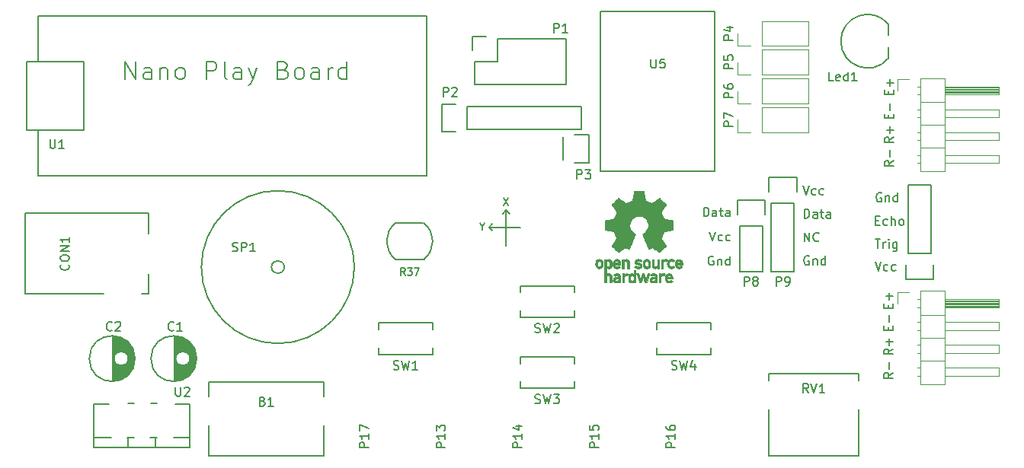
<source format=gto>
G04 #@! TF.GenerationSoftware,KiCad,Pcbnew,no-vcs-found-7516~57~ubuntu14.04.1*
G04 #@! TF.CreationDate,2017-01-24T20:05:06+01:00*
G04 #@! TF.ProjectId,Nano_PB,4E616E6F5F50422E6B696361645F7063,rev?*
G04 #@! TF.FileFunction,Legend,Top*
G04 #@! TF.FilePolarity,Positive*
%FSLAX46Y46*%
G04 Gerber Fmt 4.6, Leading zero omitted, Abs format (unit mm)*
G04 Created by KiCad (PCBNEW no-vcs-found-7516~57~ubuntu14.04.1) date Tue Jan 24 20:05:06 2017*
%MOMM*%
%LPD*%
G01*
G04 APERTURE LIST*
%ADD10C,0.100000*%
%ADD11C,0.150000*%
%ADD12C,0.200000*%
%ADD13C,0.152400*%
%ADD14C,0.010000*%
%ADD15C,0.120000*%
G04 APERTURE END LIST*
D10*
D11*
X146317380Y-65414521D02*
X145841190Y-65747855D01*
X146317380Y-65985950D02*
X145317380Y-65985950D01*
X145317380Y-65604998D01*
X145365000Y-65509759D01*
X145412619Y-65462140D01*
X145507857Y-65414521D01*
X145650714Y-65414521D01*
X145745952Y-65462140D01*
X145793571Y-65509759D01*
X145841190Y-65604998D01*
X145841190Y-65985950D01*
X145936428Y-64985950D02*
X145936428Y-64224045D01*
X145793571Y-60654999D02*
X145793571Y-60321666D01*
X146317380Y-60178808D02*
X146317380Y-60654999D01*
X145317380Y-60654999D01*
X145317380Y-60178808D01*
X145936428Y-59750237D02*
X145936428Y-58988332D01*
X146317380Y-62772855D02*
X145841190Y-63106189D01*
X146317380Y-63344284D02*
X145317380Y-63344284D01*
X145317380Y-62963332D01*
X145365000Y-62868093D01*
X145412619Y-62820474D01*
X145507857Y-62772855D01*
X145650714Y-62772855D01*
X145745952Y-62820474D01*
X145793571Y-62868093D01*
X145841190Y-62963332D01*
X145841190Y-63344284D01*
X145936428Y-62344284D02*
X145936428Y-61582379D01*
X146317380Y-61963332D02*
X145555476Y-61963332D01*
X145793571Y-58203333D02*
X145793571Y-57870000D01*
X146317380Y-57727142D02*
X146317380Y-58203333D01*
X145317380Y-58203333D01*
X145317380Y-57727142D01*
X145936428Y-57298571D02*
X145936428Y-56536666D01*
X146317380Y-56917619D02*
X145555476Y-56917619D01*
X146377380Y-41854521D02*
X145901190Y-42187855D01*
X146377380Y-42425950D02*
X145377380Y-42425950D01*
X145377380Y-42044998D01*
X145425000Y-41949759D01*
X145472619Y-41902140D01*
X145567857Y-41854521D01*
X145710714Y-41854521D01*
X145805952Y-41902140D01*
X145853571Y-41949759D01*
X145901190Y-42044998D01*
X145901190Y-42425950D01*
X145996428Y-41425950D02*
X145996428Y-40664045D01*
X146377380Y-39212855D02*
X145901190Y-39546189D01*
X146377380Y-39784284D02*
X145377380Y-39784284D01*
X145377380Y-39403332D01*
X145425000Y-39308093D01*
X145472619Y-39260474D01*
X145567857Y-39212855D01*
X145710714Y-39212855D01*
X145805952Y-39260474D01*
X145853571Y-39308093D01*
X145901190Y-39403332D01*
X145901190Y-39784284D01*
X145996428Y-38784284D02*
X145996428Y-38022379D01*
X146377380Y-38403332D02*
X145615476Y-38403332D01*
X145853571Y-37094999D02*
X145853571Y-36761666D01*
X146377380Y-36618808D02*
X146377380Y-37094999D01*
X145377380Y-37094999D01*
X145377380Y-36618808D01*
X145996428Y-36190237D02*
X145996428Y-35428332D01*
X126392856Y-52500000D02*
X126297618Y-52452380D01*
X126154761Y-52452380D01*
X126011904Y-52500000D01*
X125916666Y-52595238D01*
X125869047Y-52690476D01*
X125821428Y-52880952D01*
X125821428Y-53023809D01*
X125869047Y-53214285D01*
X125916666Y-53309523D01*
X126011904Y-53404761D01*
X126154761Y-53452380D01*
X126249999Y-53452380D01*
X126392856Y-53404761D01*
X126440475Y-53357142D01*
X126440475Y-53023809D01*
X126249999Y-53023809D01*
X126869047Y-52785714D02*
X126869047Y-53452380D01*
X126869047Y-52880952D02*
X126916666Y-52833333D01*
X127011904Y-52785714D01*
X127154761Y-52785714D01*
X127249999Y-52833333D01*
X127297618Y-52928571D01*
X127297618Y-53452380D01*
X128202380Y-53452380D02*
X128202380Y-52452380D01*
X128202380Y-53404761D02*
X128107142Y-53452380D01*
X127916666Y-53452380D01*
X127821428Y-53404761D01*
X127773809Y-53357142D01*
X127726190Y-53261904D01*
X127726190Y-52976190D01*
X127773809Y-52880952D01*
X127821428Y-52833333D01*
X127916666Y-52785714D01*
X128107142Y-52785714D01*
X128202380Y-52833333D01*
X136482618Y-50820712D02*
X136482618Y-49820712D01*
X137054047Y-50820712D01*
X137054047Y-49820712D01*
X138101666Y-50725474D02*
X138054047Y-50773093D01*
X137911190Y-50820712D01*
X137815952Y-50820712D01*
X137673094Y-50773093D01*
X137577856Y-50677855D01*
X137530237Y-50582617D01*
X137482618Y-50392141D01*
X137482618Y-50249284D01*
X137530237Y-50058808D01*
X137577856Y-49963570D01*
X137673094Y-49868332D01*
X137815952Y-49820712D01*
X137911190Y-49820712D01*
X138054047Y-49868332D01*
X138101666Y-49915951D01*
X136339761Y-44607380D02*
X136673095Y-45607380D01*
X137006428Y-44607380D01*
X137768333Y-45559761D02*
X137673095Y-45607380D01*
X137482618Y-45607380D01*
X137387380Y-45559761D01*
X137339761Y-45512142D01*
X137292142Y-45416904D01*
X137292142Y-45131190D01*
X137339761Y-45035952D01*
X137387380Y-44988333D01*
X137482618Y-44940714D01*
X137673095Y-44940714D01*
X137768333Y-44988333D01*
X138625476Y-45559761D02*
X138530238Y-45607380D01*
X138339761Y-45607380D01*
X138244523Y-45559761D01*
X138196904Y-45512142D01*
X138149285Y-45416904D01*
X138149285Y-45131190D01*
X138196904Y-45035952D01*
X138244523Y-44988333D01*
X138339761Y-44940714D01*
X138530238Y-44940714D01*
X138625476Y-44988333D01*
X136482619Y-48214046D02*
X136482619Y-47214046D01*
X136720714Y-47214046D01*
X136863571Y-47261666D01*
X136958809Y-47356904D01*
X137006428Y-47452142D01*
X137054047Y-47642618D01*
X137054047Y-47785475D01*
X137006428Y-47975951D01*
X136958809Y-48071189D01*
X136863571Y-48166427D01*
X136720714Y-48214046D01*
X136482619Y-48214046D01*
X137911190Y-48214046D02*
X137911190Y-47690237D01*
X137863571Y-47594999D01*
X137768333Y-47547380D01*
X137577857Y-47547380D01*
X137482619Y-47594999D01*
X137911190Y-48166427D02*
X137815952Y-48214046D01*
X137577857Y-48214046D01*
X137482619Y-48166427D01*
X137435000Y-48071189D01*
X137435000Y-47975951D01*
X137482619Y-47880713D01*
X137577857Y-47833094D01*
X137815952Y-47833094D01*
X137911190Y-47785475D01*
X138244523Y-47547380D02*
X138625476Y-47547380D01*
X138387380Y-47214046D02*
X138387380Y-48071189D01*
X138435000Y-48166427D01*
X138530238Y-48214046D01*
X138625476Y-48214046D01*
X139387380Y-48214046D02*
X139387380Y-47690237D01*
X139339761Y-47594999D01*
X139244523Y-47547380D01*
X139054047Y-47547380D01*
X138958809Y-47594999D01*
X139387380Y-48166427D02*
X139292142Y-48214046D01*
X139054047Y-48214046D01*
X138958809Y-48166427D01*
X138911190Y-48071189D01*
X138911190Y-47975951D01*
X138958809Y-47880713D01*
X139054047Y-47833094D01*
X139292142Y-47833094D01*
X139387380Y-47785475D01*
X100675000Y-49150952D02*
X100675000Y-49531904D01*
X100408333Y-48731904D02*
X100675000Y-49150952D01*
X100941666Y-48731904D01*
X103068333Y-46001904D02*
X103601666Y-46801904D01*
X103601666Y-46001904D02*
X103068333Y-46801904D01*
X103345000Y-49235000D02*
X104965000Y-49235000D01*
X101425000Y-49230000D02*
X101825000Y-49630000D01*
X101425000Y-49230000D02*
X101825000Y-48830000D01*
X103345000Y-49230000D02*
X101425000Y-49230000D01*
X103345000Y-47310000D02*
X103745000Y-47710000D01*
X102945000Y-47710000D02*
X103345000Y-47310000D01*
X103345000Y-47310000D02*
X103345000Y-51310000D01*
X144392380Y-48478571D02*
X144725714Y-48478571D01*
X144868571Y-49002380D02*
X144392380Y-49002380D01*
X144392380Y-48002380D01*
X144868571Y-48002380D01*
X145725714Y-48954761D02*
X145630476Y-49002380D01*
X145440000Y-49002380D01*
X145344761Y-48954761D01*
X145297142Y-48907142D01*
X145249523Y-48811904D01*
X145249523Y-48526190D01*
X145297142Y-48430952D01*
X145344761Y-48383333D01*
X145440000Y-48335714D01*
X145630476Y-48335714D01*
X145725714Y-48383333D01*
X146154285Y-49002380D02*
X146154285Y-48002380D01*
X146582857Y-49002380D02*
X146582857Y-48478571D01*
X146535238Y-48383333D01*
X146440000Y-48335714D01*
X146297142Y-48335714D01*
X146201904Y-48383333D01*
X146154285Y-48430952D01*
X147201904Y-49002380D02*
X147106666Y-48954761D01*
X147059047Y-48907142D01*
X147011428Y-48811904D01*
X147011428Y-48526190D01*
X147059047Y-48430952D01*
X147106666Y-48383333D01*
X147201904Y-48335714D01*
X147344761Y-48335714D01*
X147440000Y-48383333D01*
X147487619Y-48430952D01*
X147535238Y-48526190D01*
X147535238Y-48811904D01*
X147487619Y-48907142D01*
X147440000Y-48954761D01*
X147344761Y-49002380D01*
X147201904Y-49002380D01*
X144344285Y-50562380D02*
X144915714Y-50562380D01*
X144630000Y-51562380D02*
X144630000Y-50562380D01*
X145249047Y-51562380D02*
X145249047Y-50895714D01*
X145249047Y-51086190D02*
X145296666Y-50990952D01*
X145344285Y-50943333D01*
X145439523Y-50895714D01*
X145534761Y-50895714D01*
X145868095Y-51562380D02*
X145868095Y-50895714D01*
X145868095Y-50562380D02*
X145820476Y-50610000D01*
X145868095Y-50657619D01*
X145915714Y-50610000D01*
X145868095Y-50562380D01*
X145868095Y-50657619D01*
X146772857Y-50895714D02*
X146772857Y-51705238D01*
X146725238Y-51800476D01*
X146677619Y-51848095D01*
X146582380Y-51895714D01*
X146439523Y-51895714D01*
X146344285Y-51848095D01*
X146772857Y-51514761D02*
X146677619Y-51562380D01*
X146487142Y-51562380D01*
X146391904Y-51514761D01*
X146344285Y-51467142D01*
X146296666Y-51371904D01*
X146296666Y-51086190D01*
X146344285Y-50990952D01*
X146391904Y-50943333D01*
X146487142Y-50895714D01*
X146677619Y-50895714D01*
X146772857Y-50943333D01*
X144349523Y-53072380D02*
X144682857Y-54072380D01*
X145016190Y-53072380D01*
X145778095Y-54024761D02*
X145682857Y-54072380D01*
X145492380Y-54072380D01*
X145397142Y-54024761D01*
X145349523Y-53977142D01*
X145301904Y-53881904D01*
X145301904Y-53596190D01*
X145349523Y-53500952D01*
X145397142Y-53453333D01*
X145492380Y-53405714D01*
X145682857Y-53405714D01*
X145778095Y-53453333D01*
X146635238Y-54024761D02*
X146540000Y-54072380D01*
X146349523Y-54072380D01*
X146254285Y-54024761D01*
X146206666Y-53977142D01*
X146159047Y-53881904D01*
X146159047Y-53596190D01*
X146206666Y-53500952D01*
X146254285Y-53453333D01*
X146349523Y-53405714D01*
X146540000Y-53405714D01*
X146635238Y-53453333D01*
X145037142Y-45450000D02*
X144941904Y-45402380D01*
X144799047Y-45402380D01*
X144656190Y-45450000D01*
X144560952Y-45545238D01*
X144513333Y-45640476D01*
X144465714Y-45830952D01*
X144465714Y-45973809D01*
X144513333Y-46164285D01*
X144560952Y-46259523D01*
X144656190Y-46354761D01*
X144799047Y-46402380D01*
X144894285Y-46402380D01*
X145037142Y-46354761D01*
X145084761Y-46307142D01*
X145084761Y-45973809D01*
X144894285Y-45973809D01*
X145513333Y-45735714D02*
X145513333Y-46402380D01*
X145513333Y-45830952D02*
X145560952Y-45783333D01*
X145656190Y-45735714D01*
X145799047Y-45735714D01*
X145894285Y-45783333D01*
X145941904Y-45878571D01*
X145941904Y-46402380D01*
X146846666Y-46402380D02*
X146846666Y-45402380D01*
X146846666Y-46354761D02*
X146751428Y-46402380D01*
X146560952Y-46402380D01*
X146465714Y-46354761D01*
X146418095Y-46307142D01*
X146370476Y-46211904D01*
X146370476Y-45926190D01*
X146418095Y-45830952D01*
X146465714Y-45783333D01*
X146560952Y-45735714D01*
X146751428Y-45735714D01*
X146846666Y-45783333D01*
X145853571Y-34453333D02*
X145853571Y-34120000D01*
X146377380Y-33977142D02*
X146377380Y-34453333D01*
X145377380Y-34453333D01*
X145377380Y-33977142D01*
X145996428Y-33548571D02*
X145996428Y-32786666D01*
X146377380Y-33167619D02*
X145615476Y-33167619D01*
X137006428Y-52474998D02*
X136911190Y-52427378D01*
X136768333Y-52427378D01*
X136625476Y-52474998D01*
X136530238Y-52570236D01*
X136482619Y-52665474D01*
X136435000Y-52855950D01*
X136435000Y-52998807D01*
X136482619Y-53189283D01*
X136530238Y-53284521D01*
X136625476Y-53379759D01*
X136768333Y-53427378D01*
X136863571Y-53427378D01*
X137006428Y-53379759D01*
X137054047Y-53332140D01*
X137054047Y-52998807D01*
X136863571Y-52998807D01*
X137482619Y-52760712D02*
X137482619Y-53427378D01*
X137482619Y-52855950D02*
X137530238Y-52808331D01*
X137625476Y-52760712D01*
X137768333Y-52760712D01*
X137863571Y-52808331D01*
X137911190Y-52903569D01*
X137911190Y-53427378D01*
X138815952Y-53427378D02*
X138815952Y-52427378D01*
X138815952Y-53379759D02*
X138720714Y-53427378D01*
X138530238Y-53427378D01*
X138435000Y-53379759D01*
X138387381Y-53332140D01*
X138339762Y-53236902D01*
X138339762Y-52951188D01*
X138387381Y-52855950D01*
X138435000Y-52808331D01*
X138530238Y-52760712D01*
X138720714Y-52760712D01*
X138815952Y-52808331D01*
X125297619Y-48027380D02*
X125297619Y-47027380D01*
X125535714Y-47027380D01*
X125678571Y-47075000D01*
X125773809Y-47170238D01*
X125821428Y-47265476D01*
X125869047Y-47455952D01*
X125869047Y-47598809D01*
X125821428Y-47789285D01*
X125773809Y-47884523D01*
X125678571Y-47979761D01*
X125535714Y-48027380D01*
X125297619Y-48027380D01*
X126726190Y-48027380D02*
X126726190Y-47503571D01*
X126678571Y-47408333D01*
X126583333Y-47360714D01*
X126392857Y-47360714D01*
X126297619Y-47408333D01*
X126726190Y-47979761D02*
X126630952Y-48027380D01*
X126392857Y-48027380D01*
X126297619Y-47979761D01*
X126250000Y-47884523D01*
X126250000Y-47789285D01*
X126297619Y-47694047D01*
X126392857Y-47646428D01*
X126630952Y-47646428D01*
X126726190Y-47598809D01*
X127059523Y-47360714D02*
X127440476Y-47360714D01*
X127202380Y-47027380D02*
X127202380Y-47884523D01*
X127250000Y-47979761D01*
X127345238Y-48027380D01*
X127440476Y-48027380D01*
X128202380Y-48027380D02*
X128202380Y-47503571D01*
X128154761Y-47408333D01*
X128059523Y-47360714D01*
X127869047Y-47360714D01*
X127773809Y-47408333D01*
X128202380Y-47979761D02*
X128107142Y-48027380D01*
X127869047Y-48027380D01*
X127773809Y-47979761D01*
X127726190Y-47884523D01*
X127726190Y-47789285D01*
X127773809Y-47694047D01*
X127869047Y-47646428D01*
X128107142Y-47646428D01*
X128202380Y-47598809D01*
X125964284Y-49739880D02*
X126297618Y-50739880D01*
X126630951Y-49739880D01*
X127392856Y-50692261D02*
X127297618Y-50739880D01*
X127107141Y-50739880D01*
X127011903Y-50692261D01*
X126964284Y-50644642D01*
X126916665Y-50549404D01*
X126916665Y-50263690D01*
X126964284Y-50168452D01*
X127011903Y-50120833D01*
X127107141Y-50073214D01*
X127297618Y-50073214D01*
X127392856Y-50120833D01*
X128249999Y-50692261D02*
X128154761Y-50739880D01*
X127964284Y-50739880D01*
X127869046Y-50692261D01*
X127821427Y-50644642D01*
X127773808Y-50549404D01*
X127773808Y-50263690D01*
X127821427Y-50168452D01*
X127869046Y-50120833D01*
X127964284Y-50073214D01*
X128154761Y-50073214D01*
X128249999Y-50120833D01*
D12*
X60991666Y-32779761D02*
X60991666Y-30779761D01*
X62134523Y-32779761D01*
X62134523Y-30779761D01*
X63944047Y-32779761D02*
X63944047Y-31732142D01*
X63848809Y-31541666D01*
X63658333Y-31446428D01*
X63277380Y-31446428D01*
X63086904Y-31541666D01*
X63944047Y-32684523D02*
X63753571Y-32779761D01*
X63277380Y-32779761D01*
X63086904Y-32684523D01*
X62991666Y-32494047D01*
X62991666Y-32303571D01*
X63086904Y-32113095D01*
X63277380Y-32017857D01*
X63753571Y-32017857D01*
X63944047Y-31922619D01*
X64896428Y-31446428D02*
X64896428Y-32779761D01*
X64896428Y-31636904D02*
X64991666Y-31541666D01*
X65182142Y-31446428D01*
X65467857Y-31446428D01*
X65658333Y-31541666D01*
X65753571Y-31732142D01*
X65753571Y-32779761D01*
X66991666Y-32779761D02*
X66801190Y-32684523D01*
X66705952Y-32589285D01*
X66610714Y-32398809D01*
X66610714Y-31827380D01*
X66705952Y-31636904D01*
X66801190Y-31541666D01*
X66991666Y-31446428D01*
X67277380Y-31446428D01*
X67467857Y-31541666D01*
X67563095Y-31636904D01*
X67658333Y-31827380D01*
X67658333Y-32398809D01*
X67563095Y-32589285D01*
X67467857Y-32684523D01*
X67277380Y-32779761D01*
X66991666Y-32779761D01*
X70039285Y-32779761D02*
X70039285Y-30779761D01*
X70801190Y-30779761D01*
X70991666Y-30875000D01*
X71086904Y-30970238D01*
X71182142Y-31160714D01*
X71182142Y-31446428D01*
X71086904Y-31636904D01*
X70991666Y-31732142D01*
X70801190Y-31827380D01*
X70039285Y-31827380D01*
X72325000Y-32779761D02*
X72134523Y-32684523D01*
X72039285Y-32494047D01*
X72039285Y-30779761D01*
X73944047Y-32779761D02*
X73944047Y-31732142D01*
X73848809Y-31541666D01*
X73658333Y-31446428D01*
X73277380Y-31446428D01*
X73086904Y-31541666D01*
X73944047Y-32684523D02*
X73753571Y-32779761D01*
X73277380Y-32779761D01*
X73086904Y-32684523D01*
X72991666Y-32494047D01*
X72991666Y-32303571D01*
X73086904Y-32113095D01*
X73277380Y-32017857D01*
X73753571Y-32017857D01*
X73944047Y-31922619D01*
X74705952Y-31446428D02*
X75182142Y-32779761D01*
X75658333Y-31446428D02*
X75182142Y-32779761D01*
X74991666Y-33255952D01*
X74896428Y-33351190D01*
X74705952Y-33446428D01*
X78610714Y-31732142D02*
X78896428Y-31827380D01*
X78991666Y-31922619D01*
X79086904Y-32113095D01*
X79086904Y-32398809D01*
X78991666Y-32589285D01*
X78896428Y-32684523D01*
X78705952Y-32779761D01*
X77944047Y-32779761D01*
X77944047Y-30779761D01*
X78610714Y-30779761D01*
X78801190Y-30875000D01*
X78896428Y-30970238D01*
X78991666Y-31160714D01*
X78991666Y-31351190D01*
X78896428Y-31541666D01*
X78801190Y-31636904D01*
X78610714Y-31732142D01*
X77944047Y-31732142D01*
X80229761Y-32779761D02*
X80039285Y-32684523D01*
X79944047Y-32589285D01*
X79848809Y-32398809D01*
X79848809Y-31827380D01*
X79944047Y-31636904D01*
X80039285Y-31541666D01*
X80229761Y-31446428D01*
X80515476Y-31446428D01*
X80705952Y-31541666D01*
X80801190Y-31636904D01*
X80896428Y-31827380D01*
X80896428Y-32398809D01*
X80801190Y-32589285D01*
X80705952Y-32684523D01*
X80515476Y-32779761D01*
X80229761Y-32779761D01*
X82610714Y-32779761D02*
X82610714Y-31732142D01*
X82515476Y-31541666D01*
X82325000Y-31446428D01*
X81944047Y-31446428D01*
X81753571Y-31541666D01*
X82610714Y-32684523D02*
X82420238Y-32779761D01*
X81944047Y-32779761D01*
X81753571Y-32684523D01*
X81658333Y-32494047D01*
X81658333Y-32303571D01*
X81753571Y-32113095D01*
X81944047Y-32017857D01*
X82420238Y-32017857D01*
X82610714Y-31922619D01*
X83563095Y-32779761D02*
X83563095Y-31446428D01*
X83563095Y-31827380D02*
X83658333Y-31636904D01*
X83753571Y-31541666D01*
X83944047Y-31446428D01*
X84134523Y-31446428D01*
X85658333Y-32779761D02*
X85658333Y-30779761D01*
X85658333Y-32684523D02*
X85467857Y-32779761D01*
X85086904Y-32779761D01*
X84896428Y-32684523D01*
X84801190Y-32589285D01*
X84705952Y-32398809D01*
X84705952Y-31827380D01*
X84801190Y-31636904D01*
X84896428Y-31541666D01*
X85086904Y-31446428D01*
X85467857Y-31446428D01*
X85658333Y-31541666D01*
D13*
X110905000Y-59250000D02*
X110905000Y-58500000D01*
X110905000Y-55750000D02*
X110905000Y-56500000D01*
X104905000Y-55750000D02*
X110905000Y-55750000D01*
X104905000Y-56500000D02*
X104905000Y-55750000D01*
X104905000Y-59250000D02*
X104905000Y-58500000D01*
X110905000Y-59250000D02*
X104905000Y-59250000D01*
D14*
G36*
X118621033Y-45274925D02*
X118626367Y-45295183D01*
X118635612Y-45337382D01*
X118648161Y-45398467D01*
X118663408Y-45475380D01*
X118680749Y-45565069D01*
X118699576Y-45664477D01*
X118718639Y-45767050D01*
X118738396Y-45872548D01*
X118757447Y-45970907D01*
X118775165Y-46059138D01*
X118790925Y-46134253D01*
X118804099Y-46193266D01*
X118814061Y-46233189D01*
X118820106Y-46250915D01*
X118838849Y-46265509D01*
X118881550Y-46288433D01*
X118948176Y-46319673D01*
X119038695Y-46359212D01*
X119153074Y-46407036D01*
X119167203Y-46412840D01*
X119253724Y-46448025D01*
X119333256Y-46479803D01*
X119402581Y-46506933D01*
X119458484Y-46528174D01*
X119497749Y-46542287D01*
X119517159Y-46548031D01*
X119517992Y-46548100D01*
X119532820Y-46541115D01*
X119566117Y-46521204D01*
X119615493Y-46489927D01*
X119678555Y-46448846D01*
X119752911Y-46399524D01*
X119836169Y-46343521D01*
X119925937Y-46282400D01*
X119945917Y-46268699D01*
X120037827Y-46206076D01*
X120123729Y-46148462D01*
X120201224Y-46097402D01*
X120267913Y-46054436D01*
X120321396Y-46021106D01*
X120359275Y-45998956D01*
X120379150Y-45989527D01*
X120380613Y-45989299D01*
X120395566Y-45996376D01*
X120423689Y-46018057D01*
X120465714Y-46055023D01*
X120522372Y-46107953D01*
X120594394Y-46177525D01*
X120682510Y-46264420D01*
X120760980Y-46342751D01*
X120849867Y-46431947D01*
X120922341Y-46505032D01*
X120979991Y-46563813D01*
X121024407Y-46610096D01*
X121057178Y-46645687D01*
X121079896Y-46672393D01*
X121094149Y-46692020D01*
X121101527Y-46706374D01*
X121103621Y-46717261D01*
X121102021Y-46726489D01*
X121101079Y-46729146D01*
X121091201Y-46746896D01*
X121068568Y-46782986D01*
X121034871Y-46834863D01*
X120991800Y-46899971D01*
X120941045Y-46975758D01*
X120884294Y-47059671D01*
X120823239Y-47149154D01*
X120821177Y-47152163D01*
X120760604Y-47241009D01*
X120704838Y-47323726D01*
X120655470Y-47397881D01*
X120614093Y-47461043D01*
X120582299Y-47510779D01*
X120561681Y-47544657D01*
X120553830Y-47560246D01*
X120553800Y-47560568D01*
X120558876Y-47580168D01*
X120573029Y-47619120D01*
X120594643Y-47673736D01*
X120622105Y-47740328D01*
X120653798Y-47815207D01*
X120688109Y-47894685D01*
X120723422Y-47975074D01*
X120758123Y-48052686D01*
X120790597Y-48123832D01*
X120819230Y-48184823D01*
X120842405Y-48231973D01*
X120858510Y-48261592D01*
X120864168Y-48269473D01*
X120876564Y-48277573D01*
X120898179Y-48286249D01*
X120931344Y-48296037D01*
X120978394Y-48307475D01*
X121041661Y-48321100D01*
X121123477Y-48337449D01*
X121226177Y-48357058D01*
X121322950Y-48375086D01*
X121450697Y-48398748D01*
X121555735Y-48418366D01*
X121640341Y-48434473D01*
X121706794Y-48447596D01*
X121757368Y-48458266D01*
X121794342Y-48467013D01*
X121819991Y-48474367D01*
X121836593Y-48480857D01*
X121846425Y-48487014D01*
X121851763Y-48493366D01*
X121854244Y-48498726D01*
X121855967Y-48515568D01*
X121857555Y-48554890D01*
X121858963Y-48613771D01*
X121860146Y-48689290D01*
X121861059Y-48778527D01*
X121861657Y-48878561D01*
X121861897Y-48986473D01*
X121861900Y-48998831D01*
X121861820Y-49122764D01*
X121861510Y-49223791D01*
X121860859Y-49304405D01*
X121859757Y-49367100D01*
X121858095Y-49414369D01*
X121855763Y-49448707D01*
X121852651Y-49472607D01*
X121848651Y-49488562D01*
X121843652Y-49499066D01*
X121839675Y-49504312D01*
X121829754Y-49511849D01*
X121811611Y-49519823D01*
X121782947Y-49528757D01*
X121741460Y-49539177D01*
X121684851Y-49551610D01*
X121610820Y-49566579D01*
X121517065Y-49584611D01*
X121401287Y-49606232D01*
X121360518Y-49613753D01*
X121231337Y-49637817D01*
X121125472Y-49658202D01*
X121041166Y-49675297D01*
X120976663Y-49689495D01*
X120930206Y-49701184D01*
X120900041Y-49710757D01*
X120884409Y-49718604D01*
X120882864Y-49720009D01*
X120872013Y-49738297D01*
X120853995Y-49776266D01*
X120830205Y-49830379D01*
X120802041Y-49897095D01*
X120770897Y-49972875D01*
X120738171Y-50054180D01*
X120705259Y-50137471D01*
X120673557Y-50219209D01*
X120644460Y-50295855D01*
X120619366Y-50363869D01*
X120599671Y-50419713D01*
X120586770Y-50459847D01*
X120582061Y-50480732D01*
X120582187Y-50482163D01*
X120590535Y-50497453D01*
X120611663Y-50531091D01*
X120643892Y-50580545D01*
X120685543Y-50643282D01*
X120734934Y-50716769D01*
X120790386Y-50798474D01*
X120843030Y-50875404D01*
X120902593Y-50962515D01*
X120957702Y-51043877D01*
X121006651Y-51116914D01*
X121047736Y-51179050D01*
X121079251Y-51227709D01*
X121099493Y-51260315D01*
X121106612Y-51273640D01*
X121106511Y-51282874D01*
X121100377Y-51296495D01*
X121086694Y-51316179D01*
X121063948Y-51343601D01*
X121030624Y-51380434D01*
X120985207Y-51428353D01*
X120926183Y-51489033D01*
X120852038Y-51564148D01*
X120761765Y-51654861D01*
X120659005Y-51757187D01*
X120571827Y-51842557D01*
X120500562Y-51910666D01*
X120445538Y-51961205D01*
X120407083Y-51993867D01*
X120385526Y-52008346D01*
X120382521Y-52009100D01*
X120366399Y-52002109D01*
X120331962Y-51982220D01*
X120281737Y-51951054D01*
X120218247Y-51910234D01*
X120144020Y-51861383D01*
X120061579Y-51806124D01*
X119977010Y-51748523D01*
X119872243Y-51676936D01*
X119786369Y-51619021D01*
X119717617Y-51573679D01*
X119664218Y-51539811D01*
X119624401Y-51516317D01*
X119596398Y-51502098D01*
X119578437Y-51496054D01*
X119570741Y-51496144D01*
X119549946Y-51505018D01*
X119511915Y-51523484D01*
X119461724Y-51548999D01*
X119404453Y-51579022D01*
X119393470Y-51584876D01*
X119323682Y-51622009D01*
X119272754Y-51648189D01*
X119237175Y-51664490D01*
X119213431Y-51671984D01*
X119198012Y-51671745D01*
X119187405Y-51664846D01*
X119178098Y-51652359D01*
X119177177Y-51650956D01*
X119166806Y-51630764D01*
X119148206Y-51589875D01*
X119122343Y-51530659D01*
X119090186Y-51455485D01*
X119052703Y-51366723D01*
X119010864Y-51266741D01*
X118965634Y-51157910D01*
X118917984Y-51042597D01*
X118868882Y-50923174D01*
X118819295Y-50802008D01*
X118770191Y-50681470D01*
X118722540Y-50563928D01*
X118677309Y-50451753D01*
X118635467Y-50347313D01*
X118597982Y-50252977D01*
X118565822Y-50171115D01*
X118539955Y-50104097D01*
X118521350Y-50054291D01*
X118510975Y-50024067D01*
X118509100Y-50016174D01*
X118514530Y-49987982D01*
X118534728Y-49965072D01*
X118556725Y-49950275D01*
X118706989Y-49846579D01*
X118835209Y-49731451D01*
X118941045Y-49605451D01*
X119024159Y-49469143D01*
X119084213Y-49323087D01*
X119120867Y-49167846D01*
X119133783Y-49003982D01*
X119133793Y-48992850D01*
X119120939Y-48832594D01*
X119084495Y-48679574D01*
X119025715Y-48535759D01*
X118945857Y-48403116D01*
X118846178Y-48283613D01*
X118727933Y-48179219D01*
X118592378Y-48091901D01*
X118542272Y-48066310D01*
X118442266Y-48022368D01*
X118351723Y-47992526D01*
X118261092Y-47974623D01*
X118160824Y-47966498D01*
X118096350Y-47965414D01*
X117986421Y-47968972D01*
X117891522Y-47981089D01*
X117802104Y-48003925D01*
X117708615Y-48039640D01*
X117650427Y-48066310D01*
X117509242Y-48147336D01*
X117384936Y-48246111D01*
X117278765Y-48360668D01*
X117191987Y-48489039D01*
X117125857Y-48629254D01*
X117081633Y-48779347D01*
X117060570Y-48937350D01*
X117058906Y-48992850D01*
X117070240Y-49157264D01*
X117105334Y-49313093D01*
X117163850Y-49459774D01*
X117245449Y-49596744D01*
X117349792Y-49723443D01*
X117476541Y-49839309D01*
X117625358Y-49943778D01*
X117635975Y-49950275D01*
X117668018Y-49973937D01*
X117681732Y-49997950D01*
X117683599Y-50016174D01*
X117678859Y-50032957D01*
X117665284Y-50070803D01*
X117643842Y-50127342D01*
X117615501Y-50200205D01*
X117581231Y-50287022D01*
X117541998Y-50385425D01*
X117498771Y-50493044D01*
X117452519Y-50607510D01*
X117404210Y-50726453D01*
X117354812Y-50847504D01*
X117305293Y-50968294D01*
X117256622Y-51086454D01*
X117209766Y-51199613D01*
X117165694Y-51305403D01*
X117125375Y-51401455D01*
X117089777Y-51485399D01*
X117059867Y-51554865D01*
X117036614Y-51607485D01*
X117020987Y-51640890D01*
X117015522Y-51650956D01*
X117006158Y-51663907D01*
X116995819Y-51671369D01*
X116980994Y-51672271D01*
X116958170Y-51665539D01*
X116923836Y-51650100D01*
X116874479Y-51624880D01*
X116806587Y-51588808D01*
X116799229Y-51584876D01*
X116741203Y-51554297D01*
X116689317Y-51527755D01*
X116648649Y-51507792D01*
X116624278Y-51496948D01*
X116621958Y-51496144D01*
X116610122Y-51496991D01*
X116589516Y-51505224D01*
X116558368Y-51521941D01*
X116514910Y-51548241D01*
X116457372Y-51585226D01*
X116383983Y-51633993D01*
X116292973Y-51695642D01*
X116215689Y-51748523D01*
X116127737Y-51808410D01*
X116045573Y-51863446D01*
X115971722Y-51912010D01*
X115908709Y-51952479D01*
X115859060Y-51983230D01*
X115825299Y-52002641D01*
X115810178Y-52009100D01*
X115793499Y-51999862D01*
X115759829Y-51972352D01*
X115709495Y-51926879D01*
X115642827Y-51863749D01*
X115560153Y-51783269D01*
X115461802Y-51685746D01*
X115430934Y-51654861D01*
X115340241Y-51563723D01*
X115266176Y-51488687D01*
X115207226Y-51428077D01*
X115161875Y-51380219D01*
X115128609Y-51343438D01*
X115105913Y-51316060D01*
X115092273Y-51296411D01*
X115086174Y-51282817D01*
X115086087Y-51273640D01*
X115095093Y-51257153D01*
X115116861Y-51222365D01*
X115149686Y-51171851D01*
X115191864Y-51108188D01*
X115241690Y-51033951D01*
X115297459Y-50951716D01*
X115349669Y-50875404D01*
X115409075Y-50788549D01*
X115463904Y-50707677D01*
X115512474Y-50635319D01*
X115553107Y-50574009D01*
X115584121Y-50526278D01*
X115603837Y-50494661D01*
X115610512Y-50482163D01*
X115607407Y-50465077D01*
X115595863Y-50428112D01*
X115577276Y-50374807D01*
X115553041Y-50308702D01*
X115524555Y-50233334D01*
X115493215Y-50152244D01*
X115460416Y-50068970D01*
X115427555Y-49987052D01*
X115396027Y-49910029D01*
X115367230Y-49841440D01*
X115342559Y-49784824D01*
X115323410Y-49743720D01*
X115311180Y-49721668D01*
X115309835Y-49720009D01*
X115296916Y-49712462D01*
X115269816Y-49703268D01*
X115226780Y-49692036D01*
X115166050Y-49678375D01*
X115085870Y-49661894D01*
X114984485Y-49642203D01*
X114860137Y-49618911D01*
X114832181Y-49613753D01*
X114709101Y-49590913D01*
X114608757Y-49571823D01*
X114528851Y-49555959D01*
X114467081Y-49542796D01*
X114421148Y-49531807D01*
X114388750Y-49522468D01*
X114367588Y-49514253D01*
X114355362Y-49506636D01*
X114353025Y-49504312D01*
X114347292Y-49496071D01*
X114342632Y-49484055D01*
X114338935Y-49465771D01*
X114336091Y-49438725D01*
X114333991Y-49400423D01*
X114332525Y-49348372D01*
X114331583Y-49280079D01*
X114331055Y-49193050D01*
X114330833Y-49084790D01*
X114330800Y-48998831D01*
X114330996Y-48890224D01*
X114331557Y-48789170D01*
X114332438Y-48698588D01*
X114333593Y-48621399D01*
X114334978Y-48560524D01*
X114336548Y-48518883D01*
X114338258Y-48499397D01*
X114338455Y-48498726D01*
X114341885Y-48491861D01*
X114348054Y-48485600D01*
X114359241Y-48479414D01*
X114377721Y-48472772D01*
X114405772Y-48465145D01*
X114445671Y-48456003D01*
X114499693Y-48444815D01*
X114570118Y-48431053D01*
X114659220Y-48414187D01*
X114769276Y-48393685D01*
X114869749Y-48375086D01*
X114990477Y-48352541D01*
X115088491Y-48333678D01*
X115166123Y-48317960D01*
X115225707Y-48304850D01*
X115269576Y-48293812D01*
X115300061Y-48284308D01*
X115319497Y-48275802D01*
X115328531Y-48269473D01*
X115339532Y-48252349D01*
X115358590Y-48215446D01*
X115384088Y-48162453D01*
X115414413Y-48097058D01*
X115447949Y-48022949D01*
X115483081Y-47943814D01*
X115518195Y-47863342D01*
X115551676Y-47785220D01*
X115581909Y-47713138D01*
X115607280Y-47650783D01*
X115626173Y-47601844D01*
X115636974Y-47570009D01*
X115638900Y-47560568D01*
X115631933Y-47546252D01*
X115612096Y-47513488D01*
X115580980Y-47464708D01*
X115540177Y-47402345D01*
X115491280Y-47328830D01*
X115435881Y-47246596D01*
X115375572Y-47158074D01*
X115371522Y-47152163D01*
X115310354Y-47062540D01*
X115253435Y-46978403D01*
X115202455Y-46902308D01*
X115159105Y-46836808D01*
X115125073Y-46784456D01*
X115102049Y-46747806D01*
X115091724Y-46729412D01*
X115091620Y-46729146D01*
X115089236Y-46720063D01*
X115090080Y-46709851D01*
X115095741Y-46696702D01*
X115107810Y-46678812D01*
X115127876Y-46654373D01*
X115157529Y-46621579D01*
X115198359Y-46578624D01*
X115251957Y-46523702D01*
X115319911Y-46455006D01*
X115403813Y-46370730D01*
X115431719Y-46342751D01*
X115532602Y-46242189D01*
X115616832Y-46159467D01*
X115685140Y-46093907D01*
X115738258Y-46044828D01*
X115776917Y-46011552D01*
X115801848Y-45993399D01*
X115812086Y-45989299D01*
X115828516Y-45996311D01*
X115863375Y-46016317D01*
X115914266Y-46047775D01*
X115978787Y-46089144D01*
X116054540Y-46138881D01*
X116139126Y-46195445D01*
X116230145Y-46257292D01*
X116246782Y-46268699D01*
X116337636Y-46330718D01*
X116422491Y-46387956D01*
X116498956Y-46438851D01*
X116564640Y-46481840D01*
X116617150Y-46515364D01*
X116654097Y-46537859D01*
X116673089Y-46547765D01*
X116674600Y-46548099D01*
X116693973Y-46543250D01*
X116732766Y-46529744D01*
X116787221Y-46509149D01*
X116853582Y-46483030D01*
X116928090Y-46452953D01*
X117006989Y-46420483D01*
X117086521Y-46387187D01*
X117162929Y-46354630D01*
X117232456Y-46324379D01*
X117291345Y-46297998D01*
X117335837Y-46277054D01*
X117362177Y-46263112D01*
X117367165Y-46259479D01*
X117375097Y-46243626D01*
X117385432Y-46209593D01*
X117398435Y-46156163D01*
X117414374Y-46082115D01*
X117433514Y-45986231D01*
X117456123Y-45867293D01*
X117473472Y-45773400D01*
X117493182Y-45666758D01*
X117511994Y-45566881D01*
X117529309Y-45476801D01*
X117544531Y-45399548D01*
X117557062Y-45338153D01*
X117566306Y-45295647D01*
X117571663Y-45275060D01*
X117571714Y-45274925D01*
X117585081Y-45240000D01*
X118607618Y-45240000D01*
X118621033Y-45274925D01*
X118621033Y-45274925D01*
G37*
X118621033Y-45274925D02*
X118626367Y-45295183D01*
X118635612Y-45337382D01*
X118648161Y-45398467D01*
X118663408Y-45475380D01*
X118680749Y-45565069D01*
X118699576Y-45664477D01*
X118718639Y-45767050D01*
X118738396Y-45872548D01*
X118757447Y-45970907D01*
X118775165Y-46059138D01*
X118790925Y-46134253D01*
X118804099Y-46193266D01*
X118814061Y-46233189D01*
X118820106Y-46250915D01*
X118838849Y-46265509D01*
X118881550Y-46288433D01*
X118948176Y-46319673D01*
X119038695Y-46359212D01*
X119153074Y-46407036D01*
X119167203Y-46412840D01*
X119253724Y-46448025D01*
X119333256Y-46479803D01*
X119402581Y-46506933D01*
X119458484Y-46528174D01*
X119497749Y-46542287D01*
X119517159Y-46548031D01*
X119517992Y-46548100D01*
X119532820Y-46541115D01*
X119566117Y-46521204D01*
X119615493Y-46489927D01*
X119678555Y-46448846D01*
X119752911Y-46399524D01*
X119836169Y-46343521D01*
X119925937Y-46282400D01*
X119945917Y-46268699D01*
X120037827Y-46206076D01*
X120123729Y-46148462D01*
X120201224Y-46097402D01*
X120267913Y-46054436D01*
X120321396Y-46021106D01*
X120359275Y-45998956D01*
X120379150Y-45989527D01*
X120380613Y-45989299D01*
X120395566Y-45996376D01*
X120423689Y-46018057D01*
X120465714Y-46055023D01*
X120522372Y-46107953D01*
X120594394Y-46177525D01*
X120682510Y-46264420D01*
X120760980Y-46342751D01*
X120849867Y-46431947D01*
X120922341Y-46505032D01*
X120979991Y-46563813D01*
X121024407Y-46610096D01*
X121057178Y-46645687D01*
X121079896Y-46672393D01*
X121094149Y-46692020D01*
X121101527Y-46706374D01*
X121103621Y-46717261D01*
X121102021Y-46726489D01*
X121101079Y-46729146D01*
X121091201Y-46746896D01*
X121068568Y-46782986D01*
X121034871Y-46834863D01*
X120991800Y-46899971D01*
X120941045Y-46975758D01*
X120884294Y-47059671D01*
X120823239Y-47149154D01*
X120821177Y-47152163D01*
X120760604Y-47241009D01*
X120704838Y-47323726D01*
X120655470Y-47397881D01*
X120614093Y-47461043D01*
X120582299Y-47510779D01*
X120561681Y-47544657D01*
X120553830Y-47560246D01*
X120553800Y-47560568D01*
X120558876Y-47580168D01*
X120573029Y-47619120D01*
X120594643Y-47673736D01*
X120622105Y-47740328D01*
X120653798Y-47815207D01*
X120688109Y-47894685D01*
X120723422Y-47975074D01*
X120758123Y-48052686D01*
X120790597Y-48123832D01*
X120819230Y-48184823D01*
X120842405Y-48231973D01*
X120858510Y-48261592D01*
X120864168Y-48269473D01*
X120876564Y-48277573D01*
X120898179Y-48286249D01*
X120931344Y-48296037D01*
X120978394Y-48307475D01*
X121041661Y-48321100D01*
X121123477Y-48337449D01*
X121226177Y-48357058D01*
X121322950Y-48375086D01*
X121450697Y-48398748D01*
X121555735Y-48418366D01*
X121640341Y-48434473D01*
X121706794Y-48447596D01*
X121757368Y-48458266D01*
X121794342Y-48467013D01*
X121819991Y-48474367D01*
X121836593Y-48480857D01*
X121846425Y-48487014D01*
X121851763Y-48493366D01*
X121854244Y-48498726D01*
X121855967Y-48515568D01*
X121857555Y-48554890D01*
X121858963Y-48613771D01*
X121860146Y-48689290D01*
X121861059Y-48778527D01*
X121861657Y-48878561D01*
X121861897Y-48986473D01*
X121861900Y-48998831D01*
X121861820Y-49122764D01*
X121861510Y-49223791D01*
X121860859Y-49304405D01*
X121859757Y-49367100D01*
X121858095Y-49414369D01*
X121855763Y-49448707D01*
X121852651Y-49472607D01*
X121848651Y-49488562D01*
X121843652Y-49499066D01*
X121839675Y-49504312D01*
X121829754Y-49511849D01*
X121811611Y-49519823D01*
X121782947Y-49528757D01*
X121741460Y-49539177D01*
X121684851Y-49551610D01*
X121610820Y-49566579D01*
X121517065Y-49584611D01*
X121401287Y-49606232D01*
X121360518Y-49613753D01*
X121231337Y-49637817D01*
X121125472Y-49658202D01*
X121041166Y-49675297D01*
X120976663Y-49689495D01*
X120930206Y-49701184D01*
X120900041Y-49710757D01*
X120884409Y-49718604D01*
X120882864Y-49720009D01*
X120872013Y-49738297D01*
X120853995Y-49776266D01*
X120830205Y-49830379D01*
X120802041Y-49897095D01*
X120770897Y-49972875D01*
X120738171Y-50054180D01*
X120705259Y-50137471D01*
X120673557Y-50219209D01*
X120644460Y-50295855D01*
X120619366Y-50363869D01*
X120599671Y-50419713D01*
X120586770Y-50459847D01*
X120582061Y-50480732D01*
X120582187Y-50482163D01*
X120590535Y-50497453D01*
X120611663Y-50531091D01*
X120643892Y-50580545D01*
X120685543Y-50643282D01*
X120734934Y-50716769D01*
X120790386Y-50798474D01*
X120843030Y-50875404D01*
X120902593Y-50962515D01*
X120957702Y-51043877D01*
X121006651Y-51116914D01*
X121047736Y-51179050D01*
X121079251Y-51227709D01*
X121099493Y-51260315D01*
X121106612Y-51273640D01*
X121106511Y-51282874D01*
X121100377Y-51296495D01*
X121086694Y-51316179D01*
X121063948Y-51343601D01*
X121030624Y-51380434D01*
X120985207Y-51428353D01*
X120926183Y-51489033D01*
X120852038Y-51564148D01*
X120761765Y-51654861D01*
X120659005Y-51757187D01*
X120571827Y-51842557D01*
X120500562Y-51910666D01*
X120445538Y-51961205D01*
X120407083Y-51993867D01*
X120385526Y-52008346D01*
X120382521Y-52009100D01*
X120366399Y-52002109D01*
X120331962Y-51982220D01*
X120281737Y-51951054D01*
X120218247Y-51910234D01*
X120144020Y-51861383D01*
X120061579Y-51806124D01*
X119977010Y-51748523D01*
X119872243Y-51676936D01*
X119786369Y-51619021D01*
X119717617Y-51573679D01*
X119664218Y-51539811D01*
X119624401Y-51516317D01*
X119596398Y-51502098D01*
X119578437Y-51496054D01*
X119570741Y-51496144D01*
X119549946Y-51505018D01*
X119511915Y-51523484D01*
X119461724Y-51548999D01*
X119404453Y-51579022D01*
X119393470Y-51584876D01*
X119323682Y-51622009D01*
X119272754Y-51648189D01*
X119237175Y-51664490D01*
X119213431Y-51671984D01*
X119198012Y-51671745D01*
X119187405Y-51664846D01*
X119178098Y-51652359D01*
X119177177Y-51650956D01*
X119166806Y-51630764D01*
X119148206Y-51589875D01*
X119122343Y-51530659D01*
X119090186Y-51455485D01*
X119052703Y-51366723D01*
X119010864Y-51266741D01*
X118965634Y-51157910D01*
X118917984Y-51042597D01*
X118868882Y-50923174D01*
X118819295Y-50802008D01*
X118770191Y-50681470D01*
X118722540Y-50563928D01*
X118677309Y-50451753D01*
X118635467Y-50347313D01*
X118597982Y-50252977D01*
X118565822Y-50171115D01*
X118539955Y-50104097D01*
X118521350Y-50054291D01*
X118510975Y-50024067D01*
X118509100Y-50016174D01*
X118514530Y-49987982D01*
X118534728Y-49965072D01*
X118556725Y-49950275D01*
X118706989Y-49846579D01*
X118835209Y-49731451D01*
X118941045Y-49605451D01*
X119024159Y-49469143D01*
X119084213Y-49323087D01*
X119120867Y-49167846D01*
X119133783Y-49003982D01*
X119133793Y-48992850D01*
X119120939Y-48832594D01*
X119084495Y-48679574D01*
X119025715Y-48535759D01*
X118945857Y-48403116D01*
X118846178Y-48283613D01*
X118727933Y-48179219D01*
X118592378Y-48091901D01*
X118542272Y-48066310D01*
X118442266Y-48022368D01*
X118351723Y-47992526D01*
X118261092Y-47974623D01*
X118160824Y-47966498D01*
X118096350Y-47965414D01*
X117986421Y-47968972D01*
X117891522Y-47981089D01*
X117802104Y-48003925D01*
X117708615Y-48039640D01*
X117650427Y-48066310D01*
X117509242Y-48147336D01*
X117384936Y-48246111D01*
X117278765Y-48360668D01*
X117191987Y-48489039D01*
X117125857Y-48629254D01*
X117081633Y-48779347D01*
X117060570Y-48937350D01*
X117058906Y-48992850D01*
X117070240Y-49157264D01*
X117105334Y-49313093D01*
X117163850Y-49459774D01*
X117245449Y-49596744D01*
X117349792Y-49723443D01*
X117476541Y-49839309D01*
X117625358Y-49943778D01*
X117635975Y-49950275D01*
X117668018Y-49973937D01*
X117681732Y-49997950D01*
X117683599Y-50016174D01*
X117678859Y-50032957D01*
X117665284Y-50070803D01*
X117643842Y-50127342D01*
X117615501Y-50200205D01*
X117581231Y-50287022D01*
X117541998Y-50385425D01*
X117498771Y-50493044D01*
X117452519Y-50607510D01*
X117404210Y-50726453D01*
X117354812Y-50847504D01*
X117305293Y-50968294D01*
X117256622Y-51086454D01*
X117209766Y-51199613D01*
X117165694Y-51305403D01*
X117125375Y-51401455D01*
X117089777Y-51485399D01*
X117059867Y-51554865D01*
X117036614Y-51607485D01*
X117020987Y-51640890D01*
X117015522Y-51650956D01*
X117006158Y-51663907D01*
X116995819Y-51671369D01*
X116980994Y-51672271D01*
X116958170Y-51665539D01*
X116923836Y-51650100D01*
X116874479Y-51624880D01*
X116806587Y-51588808D01*
X116799229Y-51584876D01*
X116741203Y-51554297D01*
X116689317Y-51527755D01*
X116648649Y-51507792D01*
X116624278Y-51496948D01*
X116621958Y-51496144D01*
X116610122Y-51496991D01*
X116589516Y-51505224D01*
X116558368Y-51521941D01*
X116514910Y-51548241D01*
X116457372Y-51585226D01*
X116383983Y-51633993D01*
X116292973Y-51695642D01*
X116215689Y-51748523D01*
X116127737Y-51808410D01*
X116045573Y-51863446D01*
X115971722Y-51912010D01*
X115908709Y-51952479D01*
X115859060Y-51983230D01*
X115825299Y-52002641D01*
X115810178Y-52009100D01*
X115793499Y-51999862D01*
X115759829Y-51972352D01*
X115709495Y-51926879D01*
X115642827Y-51863749D01*
X115560153Y-51783269D01*
X115461802Y-51685746D01*
X115430934Y-51654861D01*
X115340241Y-51563723D01*
X115266176Y-51488687D01*
X115207226Y-51428077D01*
X115161875Y-51380219D01*
X115128609Y-51343438D01*
X115105913Y-51316060D01*
X115092273Y-51296411D01*
X115086174Y-51282817D01*
X115086087Y-51273640D01*
X115095093Y-51257153D01*
X115116861Y-51222365D01*
X115149686Y-51171851D01*
X115191864Y-51108188D01*
X115241690Y-51033951D01*
X115297459Y-50951716D01*
X115349669Y-50875404D01*
X115409075Y-50788549D01*
X115463904Y-50707677D01*
X115512474Y-50635319D01*
X115553107Y-50574009D01*
X115584121Y-50526278D01*
X115603837Y-50494661D01*
X115610512Y-50482163D01*
X115607407Y-50465077D01*
X115595863Y-50428112D01*
X115577276Y-50374807D01*
X115553041Y-50308702D01*
X115524555Y-50233334D01*
X115493215Y-50152244D01*
X115460416Y-50068970D01*
X115427555Y-49987052D01*
X115396027Y-49910029D01*
X115367230Y-49841440D01*
X115342559Y-49784824D01*
X115323410Y-49743720D01*
X115311180Y-49721668D01*
X115309835Y-49720009D01*
X115296916Y-49712462D01*
X115269816Y-49703268D01*
X115226780Y-49692036D01*
X115166050Y-49678375D01*
X115085870Y-49661894D01*
X114984485Y-49642203D01*
X114860137Y-49618911D01*
X114832181Y-49613753D01*
X114709101Y-49590913D01*
X114608757Y-49571823D01*
X114528851Y-49555959D01*
X114467081Y-49542796D01*
X114421148Y-49531807D01*
X114388750Y-49522468D01*
X114367588Y-49514253D01*
X114355362Y-49506636D01*
X114353025Y-49504312D01*
X114347292Y-49496071D01*
X114342632Y-49484055D01*
X114338935Y-49465771D01*
X114336091Y-49438725D01*
X114333991Y-49400423D01*
X114332525Y-49348372D01*
X114331583Y-49280079D01*
X114331055Y-49193050D01*
X114330833Y-49084790D01*
X114330800Y-48998831D01*
X114330996Y-48890224D01*
X114331557Y-48789170D01*
X114332438Y-48698588D01*
X114333593Y-48621399D01*
X114334978Y-48560524D01*
X114336548Y-48518883D01*
X114338258Y-48499397D01*
X114338455Y-48498726D01*
X114341885Y-48491861D01*
X114348054Y-48485600D01*
X114359241Y-48479414D01*
X114377721Y-48472772D01*
X114405772Y-48465145D01*
X114445671Y-48456003D01*
X114499693Y-48444815D01*
X114570118Y-48431053D01*
X114659220Y-48414187D01*
X114769276Y-48393685D01*
X114869749Y-48375086D01*
X114990477Y-48352541D01*
X115088491Y-48333678D01*
X115166123Y-48317960D01*
X115225707Y-48304850D01*
X115269576Y-48293812D01*
X115300061Y-48284308D01*
X115319497Y-48275802D01*
X115328531Y-48269473D01*
X115339532Y-48252349D01*
X115358590Y-48215446D01*
X115384088Y-48162453D01*
X115414413Y-48097058D01*
X115447949Y-48022949D01*
X115483081Y-47943814D01*
X115518195Y-47863342D01*
X115551676Y-47785220D01*
X115581909Y-47713138D01*
X115607280Y-47650783D01*
X115626173Y-47601844D01*
X115636974Y-47570009D01*
X115638900Y-47560568D01*
X115631933Y-47546252D01*
X115612096Y-47513488D01*
X115580980Y-47464708D01*
X115540177Y-47402345D01*
X115491280Y-47328830D01*
X115435881Y-47246596D01*
X115375572Y-47158074D01*
X115371522Y-47152163D01*
X115310354Y-47062540D01*
X115253435Y-46978403D01*
X115202455Y-46902308D01*
X115159105Y-46836808D01*
X115125073Y-46784456D01*
X115102049Y-46747806D01*
X115091724Y-46729412D01*
X115091620Y-46729146D01*
X115089236Y-46720063D01*
X115090080Y-46709851D01*
X115095741Y-46696702D01*
X115107810Y-46678812D01*
X115127876Y-46654373D01*
X115157529Y-46621579D01*
X115198359Y-46578624D01*
X115251957Y-46523702D01*
X115319911Y-46455006D01*
X115403813Y-46370730D01*
X115431719Y-46342751D01*
X115532602Y-46242189D01*
X115616832Y-46159467D01*
X115685140Y-46093907D01*
X115738258Y-46044828D01*
X115776917Y-46011552D01*
X115801848Y-45993399D01*
X115812086Y-45989299D01*
X115828516Y-45996311D01*
X115863375Y-46016317D01*
X115914266Y-46047775D01*
X115978787Y-46089144D01*
X116054540Y-46138881D01*
X116139126Y-46195445D01*
X116230145Y-46257292D01*
X116246782Y-46268699D01*
X116337636Y-46330718D01*
X116422491Y-46387956D01*
X116498956Y-46438851D01*
X116564640Y-46481840D01*
X116617150Y-46515364D01*
X116654097Y-46537859D01*
X116673089Y-46547765D01*
X116674600Y-46548099D01*
X116693973Y-46543250D01*
X116732766Y-46529744D01*
X116787221Y-46509149D01*
X116853582Y-46483030D01*
X116928090Y-46452953D01*
X117006989Y-46420483D01*
X117086521Y-46387187D01*
X117162929Y-46354630D01*
X117232456Y-46324379D01*
X117291345Y-46297998D01*
X117335837Y-46277054D01*
X117362177Y-46263112D01*
X117367165Y-46259479D01*
X117375097Y-46243626D01*
X117385432Y-46209593D01*
X117398435Y-46156163D01*
X117414374Y-46082115D01*
X117433514Y-45986231D01*
X117456123Y-45867293D01*
X117473472Y-45773400D01*
X117493182Y-45666758D01*
X117511994Y-45566881D01*
X117529309Y-45476801D01*
X117544531Y-45399548D01*
X117557062Y-45338153D01*
X117566306Y-45295647D01*
X117571663Y-45275060D01*
X117571714Y-45274925D01*
X117585081Y-45240000D01*
X118607618Y-45240000D01*
X118621033Y-45274925D01*
G36*
X121109136Y-52780857D02*
X121156091Y-52794456D01*
X121199778Y-52811640D01*
X121233660Y-52829726D01*
X121251201Y-52846032D01*
X121252300Y-52850194D01*
X121244714Y-52865441D01*
X121224447Y-52894803D01*
X121195237Y-52933010D01*
X121181284Y-52950324D01*
X121110268Y-53037126D01*
X121058397Y-53010663D01*
X120993490Y-52990216D01*
X120929271Y-52992670D01*
X120870823Y-53016447D01*
X120823228Y-53059966D01*
X120804644Y-53089502D01*
X120797813Y-53105496D01*
X120792520Y-53125566D01*
X120788575Y-53152931D01*
X120785789Y-53190812D01*
X120783972Y-53242431D01*
X120782934Y-53311007D01*
X120782485Y-53399762D01*
X120782419Y-53466425D01*
X120782400Y-53799800D01*
X120566500Y-53799800D01*
X120566500Y-52783800D01*
X120782400Y-52783800D01*
X120782400Y-52872859D01*
X120832592Y-52836500D01*
X120912084Y-52794194D01*
X121001131Y-52773914D01*
X121065449Y-52773523D01*
X121109136Y-52780857D01*
X121109136Y-52780857D01*
G37*
X121109136Y-52780857D02*
X121156091Y-52794456D01*
X121199778Y-52811640D01*
X121233660Y-52829726D01*
X121251201Y-52846032D01*
X121252300Y-52850194D01*
X121244714Y-52865441D01*
X121224447Y-52894803D01*
X121195237Y-52933010D01*
X121181284Y-52950324D01*
X121110268Y-53037126D01*
X121058397Y-53010663D01*
X120993490Y-52990216D01*
X120929271Y-52992670D01*
X120870823Y-53016447D01*
X120823228Y-53059966D01*
X120804644Y-53089502D01*
X120797813Y-53105496D01*
X120792520Y-53125566D01*
X120788575Y-53152931D01*
X120785789Y-53190812D01*
X120783972Y-53242431D01*
X120782934Y-53311007D01*
X120782485Y-53399762D01*
X120782419Y-53466425D01*
X120782400Y-53799800D01*
X120566500Y-53799800D01*
X120566500Y-52783800D01*
X120782400Y-52783800D01*
X120782400Y-52872859D01*
X120832592Y-52836500D01*
X120912084Y-52794194D01*
X121001131Y-52773914D01*
X121065449Y-52773523D01*
X121109136Y-52780857D01*
G36*
X116762476Y-52780508D02*
X116776711Y-52784125D01*
X116846169Y-52814696D01*
X116911749Y-52863398D01*
X116965129Y-52923355D01*
X116985100Y-52956299D01*
X116994030Y-52974384D01*
X117001136Y-52991653D01*
X117006659Y-53011177D01*
X117010841Y-53036029D01*
X117013924Y-53069281D01*
X117016149Y-53114006D01*
X117017756Y-53173275D01*
X117018989Y-53250161D01*
X117020088Y-53347735D01*
X117020702Y-53409275D01*
X117024554Y-53799800D01*
X116807300Y-53799800D01*
X116807300Y-53472290D01*
X116807208Y-53372195D01*
X116806766Y-53294082D01*
X116805718Y-53234536D01*
X116803810Y-53190140D01*
X116800789Y-53157478D01*
X116796400Y-53133133D01*
X116790388Y-53113688D01*
X116782501Y-53095727D01*
X116778725Y-53088115D01*
X116739707Y-53033410D01*
X116688514Y-53000833D01*
X116624173Y-52989854D01*
X116599978Y-52990873D01*
X116532730Y-53006971D01*
X116481118Y-53042835D01*
X116448544Y-53089502D01*
X116441713Y-53105496D01*
X116436420Y-53125566D01*
X116432475Y-53152931D01*
X116429689Y-53190812D01*
X116427872Y-53242431D01*
X116426834Y-53311007D01*
X116426385Y-53399762D01*
X116426319Y-53466425D01*
X116426300Y-53799800D01*
X116210400Y-53799800D01*
X116210400Y-52783800D01*
X116426300Y-52783800D01*
X116426300Y-52877127D01*
X116454875Y-52850999D01*
X116518366Y-52808734D01*
X116595735Y-52781871D01*
X116679573Y-52771949D01*
X116762476Y-52780508D01*
X116762476Y-52780508D01*
G37*
X116762476Y-52780508D02*
X116776711Y-52784125D01*
X116846169Y-52814696D01*
X116911749Y-52863398D01*
X116965129Y-52923355D01*
X116985100Y-52956299D01*
X116994030Y-52974384D01*
X117001136Y-52991653D01*
X117006659Y-53011177D01*
X117010841Y-53036029D01*
X117013924Y-53069281D01*
X117016149Y-53114006D01*
X117017756Y-53173275D01*
X117018989Y-53250161D01*
X117020088Y-53347735D01*
X117020702Y-53409275D01*
X117024554Y-53799800D01*
X116807300Y-53799800D01*
X116807300Y-53472290D01*
X116807208Y-53372195D01*
X116806766Y-53294082D01*
X116805718Y-53234536D01*
X116803810Y-53190140D01*
X116800789Y-53157478D01*
X116796400Y-53133133D01*
X116790388Y-53113688D01*
X116782501Y-53095727D01*
X116778725Y-53088115D01*
X116739707Y-53033410D01*
X116688514Y-53000833D01*
X116624173Y-52989854D01*
X116599978Y-52990873D01*
X116532730Y-53006971D01*
X116481118Y-53042835D01*
X116448544Y-53089502D01*
X116441713Y-53105496D01*
X116436420Y-53125566D01*
X116432475Y-53152931D01*
X116429689Y-53190812D01*
X116427872Y-53242431D01*
X116426834Y-53311007D01*
X116426385Y-53399762D01*
X116426319Y-53466425D01*
X116426300Y-53799800D01*
X116210400Y-53799800D01*
X116210400Y-52783800D01*
X116426300Y-52783800D01*
X116426300Y-52877127D01*
X116454875Y-52850999D01*
X116518366Y-52808734D01*
X116595735Y-52781871D01*
X116679573Y-52771949D01*
X116762476Y-52780508D01*
G36*
X122575440Y-52778539D02*
X122618683Y-52782849D01*
X122654782Y-52792176D01*
X122692841Y-52808255D01*
X122702823Y-52813088D01*
X122782196Y-52865347D01*
X122848643Y-52935582D01*
X122896645Y-53017717D01*
X122902876Y-53033233D01*
X122915739Y-53074479D01*
X122923716Y-53119699D01*
X122927725Y-53176295D01*
X122928700Y-53241476D01*
X122928700Y-53380700D01*
X122617550Y-53380700D01*
X122517669Y-53380658D01*
X122440605Y-53381042D01*
X122383775Y-53382616D01*
X122344597Y-53386141D01*
X122320490Y-53392381D01*
X122308872Y-53402099D01*
X122307161Y-53416058D01*
X122312775Y-53435021D01*
X122323134Y-53459752D01*
X122326123Y-53466832D01*
X122365517Y-53533130D01*
X122419706Y-53578789D01*
X122488722Y-53603830D01*
X122547700Y-53609105D01*
X122588010Y-53602787D01*
X122637131Y-53586617D01*
X122685506Y-53564656D01*
X122723580Y-53540962D01*
X122736453Y-53528923D01*
X122747394Y-53519266D01*
X122760802Y-53518114D01*
X122780403Y-53527483D01*
X122809926Y-53549387D01*
X122853101Y-53585839D01*
X122871550Y-53601902D01*
X122922350Y-53646306D01*
X122884250Y-53679043D01*
X122787074Y-53747347D01*
X122683256Y-53791798D01*
X122574705Y-53811985D01*
X122463333Y-53807497D01*
X122379120Y-53787697D01*
X122290327Y-53747000D01*
X122217959Y-53686963D01*
X122162082Y-53607677D01*
X122122760Y-53509231D01*
X122101618Y-53404623D01*
X122094404Y-53283921D01*
X122101821Y-53190200D01*
X122304381Y-53190200D01*
X122716123Y-53190200D01*
X122708443Y-53142872D01*
X122687295Y-53080351D01*
X122649422Y-53031572D01*
X122599570Y-52997609D01*
X122542487Y-52979534D01*
X122482920Y-52978423D01*
X122425616Y-52995347D01*
X122375321Y-53031381D01*
X122350877Y-53062009D01*
X122329522Y-53101981D01*
X122314514Y-53142212D01*
X122312902Y-53148925D01*
X122304381Y-53190200D01*
X122101821Y-53190200D01*
X122103515Y-53168809D01*
X122127977Y-53063339D01*
X122166815Y-52971564D01*
X122219057Y-52897534D01*
X122225010Y-52891233D01*
X122283419Y-52839108D01*
X122343052Y-52804645D01*
X122410903Y-52785108D01*
X122493968Y-52777765D01*
X122515950Y-52777514D01*
X122575440Y-52778539D01*
X122575440Y-52778539D01*
G37*
X122575440Y-52778539D02*
X122618683Y-52782849D01*
X122654782Y-52792176D01*
X122692841Y-52808255D01*
X122702823Y-52813088D01*
X122782196Y-52865347D01*
X122848643Y-52935582D01*
X122896645Y-53017717D01*
X122902876Y-53033233D01*
X122915739Y-53074479D01*
X122923716Y-53119699D01*
X122927725Y-53176295D01*
X122928700Y-53241476D01*
X122928700Y-53380700D01*
X122617550Y-53380700D01*
X122517669Y-53380658D01*
X122440605Y-53381042D01*
X122383775Y-53382616D01*
X122344597Y-53386141D01*
X122320490Y-53392381D01*
X122308872Y-53402099D01*
X122307161Y-53416058D01*
X122312775Y-53435021D01*
X122323134Y-53459752D01*
X122326123Y-53466832D01*
X122365517Y-53533130D01*
X122419706Y-53578789D01*
X122488722Y-53603830D01*
X122547700Y-53609105D01*
X122588010Y-53602787D01*
X122637131Y-53586617D01*
X122685506Y-53564656D01*
X122723580Y-53540962D01*
X122736453Y-53528923D01*
X122747394Y-53519266D01*
X122760802Y-53518114D01*
X122780403Y-53527483D01*
X122809926Y-53549387D01*
X122853101Y-53585839D01*
X122871550Y-53601902D01*
X122922350Y-53646306D01*
X122884250Y-53679043D01*
X122787074Y-53747347D01*
X122683256Y-53791798D01*
X122574705Y-53811985D01*
X122463333Y-53807497D01*
X122379120Y-53787697D01*
X122290327Y-53747000D01*
X122217959Y-53686963D01*
X122162082Y-53607677D01*
X122122760Y-53509231D01*
X122101618Y-53404623D01*
X122094404Y-53283921D01*
X122101821Y-53190200D01*
X122304381Y-53190200D01*
X122716123Y-53190200D01*
X122708443Y-53142872D01*
X122687295Y-53080351D01*
X122649422Y-53031572D01*
X122599570Y-52997609D01*
X122542487Y-52979534D01*
X122482920Y-52978423D01*
X122425616Y-52995347D01*
X122375321Y-53031381D01*
X122350877Y-53062009D01*
X122329522Y-53101981D01*
X122314514Y-53142212D01*
X122312902Y-53148925D01*
X122304381Y-53190200D01*
X122101821Y-53190200D01*
X122103515Y-53168809D01*
X122127977Y-53063339D01*
X122166815Y-52971564D01*
X122219057Y-52897534D01*
X122225010Y-52891233D01*
X122283419Y-52839108D01*
X122343052Y-52804645D01*
X122410903Y-52785108D01*
X122493968Y-52777765D01*
X122515950Y-52777514D01*
X122575440Y-52778539D01*
G36*
X121732712Y-52774574D02*
X121832082Y-52797545D01*
X121927660Y-52841891D01*
X122016036Y-52907552D01*
X122017475Y-52908869D01*
X122040244Y-52931992D01*
X122051972Y-52948213D01*
X122052400Y-52950019D01*
X122043450Y-52962025D01*
X122019704Y-52985780D01*
X121985815Y-53016698D01*
X121976274Y-53025035D01*
X121900149Y-53090983D01*
X121858799Y-53056117D01*
X121787454Y-53010475D01*
X121711689Y-52988965D01*
X121634073Y-52991993D01*
X121574893Y-53011199D01*
X121519381Y-53047264D01*
X121479590Y-53098907D01*
X121454615Y-53168048D01*
X121443552Y-53256607D01*
X121442800Y-53291800D01*
X121449299Y-53387462D01*
X121469401Y-53463047D01*
X121504008Y-53520475D01*
X121554026Y-53561666D01*
X121574893Y-53572400D01*
X121652181Y-53594514D01*
X121729614Y-53591796D01*
X121804557Y-53564661D01*
X121858574Y-53527671D01*
X121899699Y-53492994D01*
X121976049Y-53559401D01*
X122011799Y-53591644D01*
X122038588Y-53617993D01*
X122051772Y-53633814D01*
X122052400Y-53635614D01*
X122042340Y-53652040D01*
X122015833Y-53677041D01*
X121978389Y-53706424D01*
X121935517Y-53735996D01*
X121892728Y-53761562D01*
X121875073Y-53770592D01*
X121791504Y-53798434D01*
X121696900Y-53809928D01*
X121600004Y-53804663D01*
X121523482Y-53787070D01*
X121436881Y-53746205D01*
X121379905Y-53702682D01*
X121318005Y-53635933D01*
X121273189Y-53560752D01*
X121244311Y-53473705D01*
X121230224Y-53371360D01*
X121229672Y-53252750D01*
X121238065Y-53153244D01*
X121254996Y-53072485D01*
X121282707Y-53004611D01*
X121323438Y-52943764D01*
X121365490Y-52897608D01*
X121445939Y-52834494D01*
X121536232Y-52792989D01*
X121632959Y-52773036D01*
X121732712Y-52774574D01*
X121732712Y-52774574D01*
G37*
X121732712Y-52774574D02*
X121832082Y-52797545D01*
X121927660Y-52841891D01*
X122016036Y-52907552D01*
X122017475Y-52908869D01*
X122040244Y-52931992D01*
X122051972Y-52948213D01*
X122052400Y-52950019D01*
X122043450Y-52962025D01*
X122019704Y-52985780D01*
X121985815Y-53016698D01*
X121976274Y-53025035D01*
X121900149Y-53090983D01*
X121858799Y-53056117D01*
X121787454Y-53010475D01*
X121711689Y-52988965D01*
X121634073Y-52991993D01*
X121574893Y-53011199D01*
X121519381Y-53047264D01*
X121479590Y-53098907D01*
X121454615Y-53168048D01*
X121443552Y-53256607D01*
X121442800Y-53291800D01*
X121449299Y-53387462D01*
X121469401Y-53463047D01*
X121504008Y-53520475D01*
X121554026Y-53561666D01*
X121574893Y-53572400D01*
X121652181Y-53594514D01*
X121729614Y-53591796D01*
X121804557Y-53564661D01*
X121858574Y-53527671D01*
X121899699Y-53492994D01*
X121976049Y-53559401D01*
X122011799Y-53591644D01*
X122038588Y-53617993D01*
X122051772Y-53633814D01*
X122052400Y-53635614D01*
X122042340Y-53652040D01*
X122015833Y-53677041D01*
X121978389Y-53706424D01*
X121935517Y-53735996D01*
X121892728Y-53761562D01*
X121875073Y-53770592D01*
X121791504Y-53798434D01*
X121696900Y-53809928D01*
X121600004Y-53804663D01*
X121523482Y-53787070D01*
X121436881Y-53746205D01*
X121379905Y-53702682D01*
X121318005Y-53635933D01*
X121273189Y-53560752D01*
X121244311Y-53473705D01*
X121230224Y-53371360D01*
X121229672Y-53252750D01*
X121238065Y-53153244D01*
X121254996Y-53072485D01*
X121282707Y-53004611D01*
X121323438Y-52943764D01*
X121365490Y-52897608D01*
X121445939Y-52834494D01*
X121536232Y-52792989D01*
X121632959Y-52773036D01*
X121732712Y-52774574D01*
G36*
X119753700Y-53112002D02*
X119753784Y-53212105D01*
X119754206Y-53290198D01*
X119755223Y-53349670D01*
X119757091Y-53393910D01*
X119760064Y-53426307D01*
X119764399Y-53450251D01*
X119770351Y-53469131D01*
X119778177Y-53486337D01*
X119782591Y-53494839D01*
X119823306Y-53548379D01*
X119875177Y-53582149D01*
X119933410Y-53596147D01*
X119993211Y-53590370D01*
X120049788Y-53564818D01*
X120098348Y-53519489D01*
X120114963Y-53494956D01*
X120122914Y-53479874D01*
X120129147Y-53462741D01*
X120133926Y-53440294D01*
X120137514Y-53409266D01*
X120140175Y-53366393D01*
X120142173Y-53308408D01*
X120143772Y-53232048D01*
X120145234Y-53134046D01*
X120145459Y-53117175D01*
X120149868Y-52783800D01*
X120350600Y-52783800D01*
X120350600Y-53799800D01*
X120147400Y-53799800D01*
X120147400Y-53696220D01*
X120096696Y-53739621D01*
X120023551Y-53786349D01*
X119941882Y-53810373D01*
X119855112Y-53811403D01*
X119766662Y-53789151D01*
X119726234Y-53770955D01*
X119649444Y-53718467D01*
X119593080Y-53650938D01*
X119557365Y-53568653D01*
X119551596Y-53545381D01*
X119547564Y-53513378D01*
X119544074Y-53459463D01*
X119541243Y-53387120D01*
X119539187Y-53299833D01*
X119538023Y-53201086D01*
X119537800Y-53132424D01*
X119537800Y-52783800D01*
X119753700Y-52783800D01*
X119753700Y-53112002D01*
X119753700Y-53112002D01*
G37*
X119753700Y-53112002D02*
X119753784Y-53212105D01*
X119754206Y-53290198D01*
X119755223Y-53349670D01*
X119757091Y-53393910D01*
X119760064Y-53426307D01*
X119764399Y-53450251D01*
X119770351Y-53469131D01*
X119778177Y-53486337D01*
X119782591Y-53494839D01*
X119823306Y-53548379D01*
X119875177Y-53582149D01*
X119933410Y-53596147D01*
X119993211Y-53590370D01*
X120049788Y-53564818D01*
X120098348Y-53519489D01*
X120114963Y-53494956D01*
X120122914Y-53479874D01*
X120129147Y-53462741D01*
X120133926Y-53440294D01*
X120137514Y-53409266D01*
X120140175Y-53366393D01*
X120142173Y-53308408D01*
X120143772Y-53232048D01*
X120145234Y-53134046D01*
X120145459Y-53117175D01*
X120149868Y-52783800D01*
X120350600Y-52783800D01*
X120350600Y-53799800D01*
X120147400Y-53799800D01*
X120147400Y-53696220D01*
X120096696Y-53739621D01*
X120023551Y-53786349D01*
X119941882Y-53810373D01*
X119855112Y-53811403D01*
X119766662Y-53789151D01*
X119726234Y-53770955D01*
X119649444Y-53718467D01*
X119593080Y-53650938D01*
X119557365Y-53568653D01*
X119551596Y-53545381D01*
X119547564Y-53513378D01*
X119544074Y-53459463D01*
X119541243Y-53387120D01*
X119539187Y-53299833D01*
X119538023Y-53201086D01*
X119537800Y-53132424D01*
X119537800Y-52783800D01*
X119753700Y-52783800D01*
X119753700Y-53112002D01*
G36*
X118986007Y-52773914D02*
X119089146Y-52792087D01*
X119180168Y-52831797D01*
X119257113Y-52891728D01*
X119318020Y-52970566D01*
X119339205Y-53010845D01*
X119349171Y-53034621D01*
X119356371Y-53059264D01*
X119361245Y-53089331D01*
X119364234Y-53129381D01*
X119365778Y-53183971D01*
X119366317Y-53257659D01*
X119366350Y-53291800D01*
X119366078Y-53373985D01*
X119364970Y-53435332D01*
X119362585Y-53480397D01*
X119358483Y-53513739D01*
X119352224Y-53539916D01*
X119343366Y-53563485D01*
X119339205Y-53572754D01*
X119286125Y-53659976D01*
X119217065Y-53727664D01*
X119133079Y-53775125D01*
X119035219Y-53801669D01*
X118982862Y-53806813D01*
X118929609Y-53807826D01*
X118881456Y-53806118D01*
X118847994Y-53802060D01*
X118845650Y-53801493D01*
X118760945Y-53768494D01*
X118684997Y-53718402D01*
X118623431Y-53655736D01*
X118584891Y-53592144D01*
X118561771Y-53520719D01*
X118545944Y-53432306D01*
X118537686Y-53334332D01*
X118537436Y-53273055D01*
X118750665Y-53273055D01*
X118753164Y-53349258D01*
X118762242Y-53420473D01*
X118777752Y-53479468D01*
X118792761Y-53510234D01*
X118839086Y-53558345D01*
X118897873Y-53587012D01*
X118963929Y-53595048D01*
X119032060Y-53581270D01*
X119056660Y-53570454D01*
X119094650Y-53545654D01*
X119122155Y-53513210D01*
X119140587Y-53469178D01*
X119151355Y-53409611D01*
X119155870Y-53330561D01*
X119156242Y-53291800D01*
X119154033Y-53203959D01*
X119146394Y-53137287D01*
X119131802Y-53087853D01*
X119108737Y-53051728D01*
X119075678Y-53024982D01*
X119047320Y-53010415D01*
X118975553Y-52990348D01*
X118907680Y-52993622D01*
X118847264Y-53019202D01*
X118797869Y-53066052D01*
X118784119Y-53086814D01*
X118765995Y-53134603D01*
X118754893Y-53199093D01*
X118750665Y-53273055D01*
X118537436Y-53273055D01*
X118537277Y-53234221D01*
X118544994Y-53139399D01*
X118561117Y-53057291D01*
X118564414Y-53046089D01*
X118604618Y-52956646D01*
X118663364Y-52883098D01*
X118738214Y-52827017D01*
X118826734Y-52789975D01*
X118926486Y-52773546D01*
X118986007Y-52773914D01*
X118986007Y-52773914D01*
G37*
X118986007Y-52773914D02*
X119089146Y-52792087D01*
X119180168Y-52831797D01*
X119257113Y-52891728D01*
X119318020Y-52970566D01*
X119339205Y-53010845D01*
X119349171Y-53034621D01*
X119356371Y-53059264D01*
X119361245Y-53089331D01*
X119364234Y-53129381D01*
X119365778Y-53183971D01*
X119366317Y-53257659D01*
X119366350Y-53291800D01*
X119366078Y-53373985D01*
X119364970Y-53435332D01*
X119362585Y-53480397D01*
X119358483Y-53513739D01*
X119352224Y-53539916D01*
X119343366Y-53563485D01*
X119339205Y-53572754D01*
X119286125Y-53659976D01*
X119217065Y-53727664D01*
X119133079Y-53775125D01*
X119035219Y-53801669D01*
X118982862Y-53806813D01*
X118929609Y-53807826D01*
X118881456Y-53806118D01*
X118847994Y-53802060D01*
X118845650Y-53801493D01*
X118760945Y-53768494D01*
X118684997Y-53718402D01*
X118623431Y-53655736D01*
X118584891Y-53592144D01*
X118561771Y-53520719D01*
X118545944Y-53432306D01*
X118537686Y-53334332D01*
X118537436Y-53273055D01*
X118750665Y-53273055D01*
X118753164Y-53349258D01*
X118762242Y-53420473D01*
X118777752Y-53479468D01*
X118792761Y-53510234D01*
X118839086Y-53558345D01*
X118897873Y-53587012D01*
X118963929Y-53595048D01*
X119032060Y-53581270D01*
X119056660Y-53570454D01*
X119094650Y-53545654D01*
X119122155Y-53513210D01*
X119140587Y-53469178D01*
X119151355Y-53409611D01*
X119155870Y-53330561D01*
X119156242Y-53291800D01*
X119154033Y-53203959D01*
X119146394Y-53137287D01*
X119131802Y-53087853D01*
X119108737Y-53051728D01*
X119075678Y-53024982D01*
X119047320Y-53010415D01*
X118975553Y-52990348D01*
X118907680Y-52993622D01*
X118847264Y-53019202D01*
X118797869Y-53066052D01*
X118784119Y-53086814D01*
X118765995Y-53134603D01*
X118754893Y-53199093D01*
X118750665Y-53273055D01*
X118537436Y-53273055D01*
X118537277Y-53234221D01*
X118544994Y-53139399D01*
X118561117Y-53057291D01*
X118564414Y-53046089D01*
X118604618Y-52956646D01*
X118663364Y-52883098D01*
X118738214Y-52827017D01*
X118826734Y-52789975D01*
X118926486Y-52773546D01*
X118986007Y-52773914D01*
G36*
X118086875Y-52776525D02*
X118133980Y-52782452D01*
X118190386Y-52797299D01*
X118254367Y-52820652D01*
X118316686Y-52848565D01*
X118368105Y-52877093D01*
X118387111Y-52890571D01*
X118397662Y-52899790D01*
X118402124Y-52909170D01*
X118398529Y-52922536D01*
X118384910Y-52943712D01*
X118359298Y-52976522D01*
X118319726Y-53024793D01*
X118315297Y-53030167D01*
X118284953Y-53066984D01*
X118202299Y-53026293D01*
X118138136Y-52999923D01*
X118073849Y-52982236D01*
X118047778Y-52978185D01*
X117979162Y-52978016D01*
X117921334Y-52991143D01*
X117877493Y-53015437D01*
X117850841Y-53048764D01*
X117844578Y-53088995D01*
X117849728Y-53110060D01*
X117862008Y-53131580D01*
X117883296Y-53148232D01*
X117917309Y-53161264D01*
X117967765Y-53171923D01*
X118038379Y-53181458D01*
X118073825Y-53185312D01*
X118138417Y-53193306D01*
X118197680Y-53202968D01*
X118244819Y-53213046D01*
X118272041Y-53221800D01*
X118338867Y-53266573D01*
X118388854Y-53327653D01*
X118413787Y-53384450D01*
X118430587Y-53477940D01*
X118423686Y-53563119D01*
X118393712Y-53638597D01*
X118341293Y-53702985D01*
X118267057Y-53754892D01*
X118240536Y-53767864D01*
X118192090Y-53787171D01*
X118145852Y-53798929D01*
X118091471Y-53805246D01*
X118046057Y-53807458D01*
X117986495Y-53807880D01*
X117929272Y-53805621D01*
X117884390Y-53801147D01*
X117874816Y-53799441D01*
X117822147Y-53783514D01*
X117758634Y-53757266D01*
X117693360Y-53725130D01*
X117635404Y-53691536D01*
X117597473Y-53664118D01*
X117555797Y-53628349D01*
X117630760Y-53554168D01*
X117705722Y-53479987D01*
X117770985Y-53526874D01*
X117859984Y-53577419D01*
X117954154Y-53603856D01*
X118025343Y-53608689D01*
X118094071Y-53600781D01*
X118150308Y-53579955D01*
X118190854Y-53548653D01*
X118212505Y-53509321D01*
X118212452Y-53465911D01*
X118203179Y-53443052D01*
X118185921Y-53425590D01*
X118156933Y-53412134D01*
X118112467Y-53401290D01*
X118048775Y-53391667D01*
X117996048Y-53385489D01*
X117887759Y-53369194D01*
X117801845Y-53345630D01*
X117735924Y-53313219D01*
X117687618Y-53270383D01*
X117654544Y-53215544D01*
X117634324Y-53147125D01*
X117634005Y-53145453D01*
X117627797Y-53054695D01*
X117644184Y-52973871D01*
X117681783Y-52904540D01*
X117739210Y-52848261D01*
X117815081Y-52806594D01*
X117908011Y-52781100D01*
X117963000Y-52774725D01*
X118023543Y-52773448D01*
X118086875Y-52776525D01*
X118086875Y-52776525D01*
G37*
X118086875Y-52776525D02*
X118133980Y-52782452D01*
X118190386Y-52797299D01*
X118254367Y-52820652D01*
X118316686Y-52848565D01*
X118368105Y-52877093D01*
X118387111Y-52890571D01*
X118397662Y-52899790D01*
X118402124Y-52909170D01*
X118398529Y-52922536D01*
X118384910Y-52943712D01*
X118359298Y-52976522D01*
X118319726Y-53024793D01*
X118315297Y-53030167D01*
X118284953Y-53066984D01*
X118202299Y-53026293D01*
X118138136Y-52999923D01*
X118073849Y-52982236D01*
X118047778Y-52978185D01*
X117979162Y-52978016D01*
X117921334Y-52991143D01*
X117877493Y-53015437D01*
X117850841Y-53048764D01*
X117844578Y-53088995D01*
X117849728Y-53110060D01*
X117862008Y-53131580D01*
X117883296Y-53148232D01*
X117917309Y-53161264D01*
X117967765Y-53171923D01*
X118038379Y-53181458D01*
X118073825Y-53185312D01*
X118138417Y-53193306D01*
X118197680Y-53202968D01*
X118244819Y-53213046D01*
X118272041Y-53221800D01*
X118338867Y-53266573D01*
X118388854Y-53327653D01*
X118413787Y-53384450D01*
X118430587Y-53477940D01*
X118423686Y-53563119D01*
X118393712Y-53638597D01*
X118341293Y-53702985D01*
X118267057Y-53754892D01*
X118240536Y-53767864D01*
X118192090Y-53787171D01*
X118145852Y-53798929D01*
X118091471Y-53805246D01*
X118046057Y-53807458D01*
X117986495Y-53807880D01*
X117929272Y-53805621D01*
X117884390Y-53801147D01*
X117874816Y-53799441D01*
X117822147Y-53783514D01*
X117758634Y-53757266D01*
X117693360Y-53725130D01*
X117635404Y-53691536D01*
X117597473Y-53664118D01*
X117555797Y-53628349D01*
X117630760Y-53554168D01*
X117705722Y-53479987D01*
X117770985Y-53526874D01*
X117859984Y-53577419D01*
X117954154Y-53603856D01*
X118025343Y-53608689D01*
X118094071Y-53600781D01*
X118150308Y-53579955D01*
X118190854Y-53548653D01*
X118212505Y-53509321D01*
X118212452Y-53465911D01*
X118203179Y-53443052D01*
X118185921Y-53425590D01*
X118156933Y-53412134D01*
X118112467Y-53401290D01*
X118048775Y-53391667D01*
X117996048Y-53385489D01*
X117887759Y-53369194D01*
X117801845Y-53345630D01*
X117735924Y-53313219D01*
X117687618Y-53270383D01*
X117654544Y-53215544D01*
X117634324Y-53147125D01*
X117634005Y-53145453D01*
X117627797Y-53054695D01*
X117644184Y-52973871D01*
X117681783Y-52904540D01*
X117739210Y-52848261D01*
X117815081Y-52806594D01*
X117908011Y-52781100D01*
X117963000Y-52774725D01*
X118023543Y-52773448D01*
X118086875Y-52776525D01*
G36*
X115673908Y-52773904D02*
X115766985Y-52795900D01*
X115852712Y-52838167D01*
X115927221Y-52899116D01*
X115986645Y-52977158D01*
X116005135Y-53012400D01*
X116019988Y-53047983D01*
X116030099Y-53083515D01*
X116036666Y-53125919D01*
X116040885Y-53182114D01*
X116043014Y-53231475D01*
X116048430Y-53380700D01*
X115423000Y-53380700D01*
X115423000Y-53409759D01*
X115428669Y-53438212D01*
X115443014Y-53476778D01*
X115451575Y-53494928D01*
X115492833Y-53550506D01*
X115548170Y-53587763D01*
X115613595Y-53606232D01*
X115685120Y-53605444D01*
X115758755Y-53584931D01*
X115830510Y-53544224D01*
X115836099Y-53540044D01*
X115875915Y-53509675D01*
X115951082Y-53577274D01*
X116026250Y-53644873D01*
X115988270Y-53684944D01*
X115956412Y-53711862D01*
X115911716Y-53741607D01*
X115871138Y-53763982D01*
X115824919Y-53784629D01*
X115782782Y-53797227D01*
X115734400Y-53804121D01*
X115680517Y-53807252D01*
X115623056Y-53807853D01*
X115569264Y-53805634D01*
X115528655Y-53801062D01*
X115521012Y-53799440D01*
X115448569Y-53773760D01*
X115382652Y-53732893D01*
X115345121Y-53701522D01*
X115286557Y-53633215D01*
X115244382Y-53548355D01*
X115218182Y-53445730D01*
X115207546Y-53324122D01*
X115207250Y-53296195D01*
X115214343Y-53190200D01*
X115419676Y-53190200D01*
X115624538Y-53190200D01*
X115701127Y-53189997D01*
X115755921Y-53189124D01*
X115792523Y-53187181D01*
X115814535Y-53183768D01*
X115825560Y-53178486D01*
X115829202Y-53170935D01*
X115829400Y-53167490D01*
X115821471Y-53133527D01*
X115801240Y-53090500D01*
X115774040Y-53047624D01*
X115745206Y-53014114D01*
X115736393Y-53006793D01*
X115692331Y-52987331D01*
X115636355Y-52979502D01*
X115578769Y-52983304D01*
X115529877Y-52998735D01*
X115516791Y-53006834D01*
X115462904Y-53059397D01*
X115432610Y-53119577D01*
X115427356Y-53142872D01*
X115419676Y-53190200D01*
X115214343Y-53190200D01*
X115216069Y-53164419D01*
X115242183Y-53051234D01*
X115285590Y-52956645D01*
X115346287Y-52880657D01*
X115424272Y-52823274D01*
X115481181Y-52797088D01*
X115577351Y-52773771D01*
X115673908Y-52773904D01*
X115673908Y-52773904D01*
G37*
X115673908Y-52773904D02*
X115766985Y-52795900D01*
X115852712Y-52838167D01*
X115927221Y-52899116D01*
X115986645Y-52977158D01*
X116005135Y-53012400D01*
X116019988Y-53047983D01*
X116030099Y-53083515D01*
X116036666Y-53125919D01*
X116040885Y-53182114D01*
X116043014Y-53231475D01*
X116048430Y-53380700D01*
X115423000Y-53380700D01*
X115423000Y-53409759D01*
X115428669Y-53438212D01*
X115443014Y-53476778D01*
X115451575Y-53494928D01*
X115492833Y-53550506D01*
X115548170Y-53587763D01*
X115613595Y-53606232D01*
X115685120Y-53605444D01*
X115758755Y-53584931D01*
X115830510Y-53544224D01*
X115836099Y-53540044D01*
X115875915Y-53509675D01*
X115951082Y-53577274D01*
X116026250Y-53644873D01*
X115988270Y-53684944D01*
X115956412Y-53711862D01*
X115911716Y-53741607D01*
X115871138Y-53763982D01*
X115824919Y-53784629D01*
X115782782Y-53797227D01*
X115734400Y-53804121D01*
X115680517Y-53807252D01*
X115623056Y-53807853D01*
X115569264Y-53805634D01*
X115528655Y-53801062D01*
X115521012Y-53799440D01*
X115448569Y-53773760D01*
X115382652Y-53732893D01*
X115345121Y-53701522D01*
X115286557Y-53633215D01*
X115244382Y-53548355D01*
X115218182Y-53445730D01*
X115207546Y-53324122D01*
X115207250Y-53296195D01*
X115214343Y-53190200D01*
X115419676Y-53190200D01*
X115624538Y-53190200D01*
X115701127Y-53189997D01*
X115755921Y-53189124D01*
X115792523Y-53187181D01*
X115814535Y-53183768D01*
X115825560Y-53178486D01*
X115829202Y-53170935D01*
X115829400Y-53167490D01*
X115821471Y-53133527D01*
X115801240Y-53090500D01*
X115774040Y-53047624D01*
X115745206Y-53014114D01*
X115736393Y-53006793D01*
X115692331Y-52987331D01*
X115636355Y-52979502D01*
X115578769Y-52983304D01*
X115529877Y-52998735D01*
X115516791Y-53006834D01*
X115462904Y-53059397D01*
X115432610Y-53119577D01*
X115427356Y-53142872D01*
X115419676Y-53190200D01*
X115214343Y-53190200D01*
X115216069Y-53164419D01*
X115242183Y-53051234D01*
X115285590Y-52956645D01*
X115346287Y-52880657D01*
X115424272Y-52823274D01*
X115481181Y-52797088D01*
X115577351Y-52773771D01*
X115673908Y-52773904D01*
G36*
X113754616Y-52778366D02*
X113849370Y-52804319D01*
X113932287Y-52849947D01*
X114000698Y-52913425D01*
X114051936Y-52992927D01*
X114078757Y-53066790D01*
X114087175Y-53116710D01*
X114092655Y-53184363D01*
X114095197Y-53262253D01*
X114094802Y-53342882D01*
X114091469Y-53418755D01*
X114085199Y-53482375D01*
X114078757Y-53516809D01*
X114043589Y-53606220D01*
X113989329Y-53681678D01*
X113919114Y-53741513D01*
X113836084Y-53784054D01*
X113743380Y-53807633D01*
X113644140Y-53810577D01*
X113555472Y-53795202D01*
X113465503Y-53758151D01*
X113387730Y-53699942D01*
X113324997Y-53623034D01*
X113297091Y-53571845D01*
X113287260Y-53548276D01*
X113280158Y-53523563D01*
X113275353Y-53493165D01*
X113272410Y-53452539D01*
X113270895Y-53397146D01*
X113270376Y-53322443D01*
X113270352Y-53293393D01*
X113478376Y-53293393D01*
X113479071Y-53358887D01*
X113481818Y-53405698D01*
X113487603Y-53440523D01*
X113497415Y-53470056D01*
X113507712Y-53492170D01*
X113546119Y-53547612D01*
X113595605Y-53581042D01*
X113658665Y-53593819D01*
X113693151Y-53593117D01*
X113748557Y-53583346D01*
X113791159Y-53564956D01*
X113794751Y-53562433D01*
X113827942Y-53533873D01*
X113851472Y-53502379D01*
X113866878Y-53463068D01*
X113875699Y-53411057D01*
X113879470Y-53341463D01*
X113879950Y-53291800D01*
X113879204Y-53219622D01*
X113876593Y-53167723D01*
X113871554Y-53131016D01*
X113863521Y-53104413D01*
X113857916Y-53092776D01*
X113815169Y-53038949D01*
X113758846Y-53004313D01*
X113693492Y-52990259D01*
X113623654Y-52998180D01*
X113589259Y-53010467D01*
X113547504Y-53034392D01*
X113517080Y-53066304D01*
X113496502Y-53109994D01*
X113484283Y-53169253D01*
X113478937Y-53247875D01*
X113478376Y-53293393D01*
X113270352Y-53293393D01*
X113270350Y-53291800D01*
X113270621Y-53209614D01*
X113271729Y-53148267D01*
X113274114Y-53103202D01*
X113278216Y-53069860D01*
X113284475Y-53043683D01*
X113293333Y-53020114D01*
X113297494Y-53010845D01*
X113350733Y-52924117D01*
X113420873Y-52855717D01*
X113505952Y-52806960D01*
X113604008Y-52779162D01*
X113650692Y-52773914D01*
X113754616Y-52778366D01*
X113754616Y-52778366D01*
G37*
X113754616Y-52778366D02*
X113849370Y-52804319D01*
X113932287Y-52849947D01*
X114000698Y-52913425D01*
X114051936Y-52992927D01*
X114078757Y-53066790D01*
X114087175Y-53116710D01*
X114092655Y-53184363D01*
X114095197Y-53262253D01*
X114094802Y-53342882D01*
X114091469Y-53418755D01*
X114085199Y-53482375D01*
X114078757Y-53516809D01*
X114043589Y-53606220D01*
X113989329Y-53681678D01*
X113919114Y-53741513D01*
X113836084Y-53784054D01*
X113743380Y-53807633D01*
X113644140Y-53810577D01*
X113555472Y-53795202D01*
X113465503Y-53758151D01*
X113387730Y-53699942D01*
X113324997Y-53623034D01*
X113297091Y-53571845D01*
X113287260Y-53548276D01*
X113280158Y-53523563D01*
X113275353Y-53493165D01*
X113272410Y-53452539D01*
X113270895Y-53397146D01*
X113270376Y-53322443D01*
X113270352Y-53293393D01*
X113478376Y-53293393D01*
X113479071Y-53358887D01*
X113481818Y-53405698D01*
X113487603Y-53440523D01*
X113497415Y-53470056D01*
X113507712Y-53492170D01*
X113546119Y-53547612D01*
X113595605Y-53581042D01*
X113658665Y-53593819D01*
X113693151Y-53593117D01*
X113748557Y-53583346D01*
X113791159Y-53564956D01*
X113794751Y-53562433D01*
X113827942Y-53533873D01*
X113851472Y-53502379D01*
X113866878Y-53463068D01*
X113875699Y-53411057D01*
X113879470Y-53341463D01*
X113879950Y-53291800D01*
X113879204Y-53219622D01*
X113876593Y-53167723D01*
X113871554Y-53131016D01*
X113863521Y-53104413D01*
X113857916Y-53092776D01*
X113815169Y-53038949D01*
X113758846Y-53004313D01*
X113693492Y-52990259D01*
X113623654Y-52998180D01*
X113589259Y-53010467D01*
X113547504Y-53034392D01*
X113517080Y-53066304D01*
X113496502Y-53109994D01*
X113484283Y-53169253D01*
X113478937Y-53247875D01*
X113478376Y-53293393D01*
X113270352Y-53293393D01*
X113270350Y-53291800D01*
X113270621Y-53209614D01*
X113271729Y-53148267D01*
X113274114Y-53103202D01*
X113278216Y-53069860D01*
X113284475Y-53043683D01*
X113293333Y-53020114D01*
X113297494Y-53010845D01*
X113350733Y-52924117D01*
X113420873Y-52855717D01*
X113505952Y-52806960D01*
X113604008Y-52779162D01*
X113650692Y-52773914D01*
X113754616Y-52778366D01*
G36*
X121515955Y-54374292D02*
X121605695Y-54403940D01*
X121660966Y-54434734D01*
X121730403Y-54493293D01*
X121781803Y-54565859D01*
X121815928Y-54654169D01*
X121833540Y-54759956D01*
X121836500Y-54834986D01*
X121836500Y-54968200D01*
X121211373Y-54968200D01*
X121220202Y-55015825D01*
X121244784Y-55087634D01*
X121287695Y-55142557D01*
X121347038Y-55179073D01*
X121420914Y-55195658D01*
X121445469Y-55196521D01*
X121505310Y-55189857D01*
X121563364Y-55172491D01*
X121610758Y-55147642D01*
X121631680Y-55128962D01*
X121645660Y-55114763D01*
X121660180Y-55109609D01*
X121679129Y-55115255D01*
X121706398Y-55133457D01*
X121745879Y-55165969D01*
X121780496Y-55196103D01*
X121826784Y-55236744D01*
X121790488Y-55274630D01*
X121760058Y-55299902D01*
X121716195Y-55328734D01*
X121671873Y-55353082D01*
X121630451Y-55372284D01*
X121595001Y-55384506D01*
X121557070Y-55391489D01*
X121508203Y-55394975D01*
X121462202Y-55396283D01*
X121404316Y-55396414D01*
X121353001Y-55394609D01*
X121315552Y-55391218D01*
X121303100Y-55388673D01*
X121209584Y-55345475D01*
X121129427Y-55281557D01*
X121069562Y-55205436D01*
X121035698Y-55131205D01*
X121013449Y-55040317D01*
X121002915Y-54938756D01*
X121004197Y-54832505D01*
X121009492Y-54790400D01*
X121211373Y-54790400D01*
X121620600Y-54790400D01*
X121620600Y-54761340D01*
X121609774Y-54710023D01*
X121581062Y-54657632D01*
X121540113Y-54612651D01*
X121506300Y-54589656D01*
X121440728Y-54568611D01*
X121376727Y-54570697D01*
X121318317Y-54593765D01*
X121269514Y-54635662D01*
X121234339Y-54694239D01*
X121220202Y-54742775D01*
X121211373Y-54790400D01*
X121009492Y-54790400D01*
X121017398Y-54727550D01*
X121042619Y-54629873D01*
X121059081Y-54587200D01*
X121105753Y-54510198D01*
X121169485Y-54448468D01*
X121246324Y-54403011D01*
X121332317Y-54374829D01*
X121423512Y-54364922D01*
X121515955Y-54374292D01*
X121515955Y-54374292D01*
G37*
X121515955Y-54374292D02*
X121605695Y-54403940D01*
X121660966Y-54434734D01*
X121730403Y-54493293D01*
X121781803Y-54565859D01*
X121815928Y-54654169D01*
X121833540Y-54759956D01*
X121836500Y-54834986D01*
X121836500Y-54968200D01*
X121211373Y-54968200D01*
X121220202Y-55015825D01*
X121244784Y-55087634D01*
X121287695Y-55142557D01*
X121347038Y-55179073D01*
X121420914Y-55195658D01*
X121445469Y-55196521D01*
X121505310Y-55189857D01*
X121563364Y-55172491D01*
X121610758Y-55147642D01*
X121631680Y-55128962D01*
X121645660Y-55114763D01*
X121660180Y-55109609D01*
X121679129Y-55115255D01*
X121706398Y-55133457D01*
X121745879Y-55165969D01*
X121780496Y-55196103D01*
X121826784Y-55236744D01*
X121790488Y-55274630D01*
X121760058Y-55299902D01*
X121716195Y-55328734D01*
X121671873Y-55353082D01*
X121630451Y-55372284D01*
X121595001Y-55384506D01*
X121557070Y-55391489D01*
X121508203Y-55394975D01*
X121462202Y-55396283D01*
X121404316Y-55396414D01*
X121353001Y-55394609D01*
X121315552Y-55391218D01*
X121303100Y-55388673D01*
X121209584Y-55345475D01*
X121129427Y-55281557D01*
X121069562Y-55205436D01*
X121035698Y-55131205D01*
X121013449Y-55040317D01*
X121002915Y-54938756D01*
X121004197Y-54832505D01*
X121009492Y-54790400D01*
X121211373Y-54790400D01*
X121620600Y-54790400D01*
X121620600Y-54761340D01*
X121609774Y-54710023D01*
X121581062Y-54657632D01*
X121540113Y-54612651D01*
X121506300Y-54589656D01*
X121440728Y-54568611D01*
X121376727Y-54570697D01*
X121318317Y-54593765D01*
X121269514Y-54635662D01*
X121234339Y-54694239D01*
X121220202Y-54742775D01*
X121211373Y-54790400D01*
X121009492Y-54790400D01*
X121017398Y-54727550D01*
X121042619Y-54629873D01*
X121059081Y-54587200D01*
X121105753Y-54510198D01*
X121169485Y-54448468D01*
X121246324Y-54403011D01*
X121332317Y-54374829D01*
X121423512Y-54364922D01*
X121515955Y-54374292D01*
G36*
X120898303Y-54383551D02*
X120964791Y-54413905D01*
X121013390Y-54443236D01*
X120939980Y-54531093D01*
X120907056Y-54570548D01*
X120880793Y-54602119D01*
X120865099Y-54621105D01*
X120862495Y-54624331D01*
X120849909Y-54622241D01*
X120822097Y-54611039D01*
X120800195Y-54600633D01*
X120734555Y-54579514D01*
X120672804Y-54583436D01*
X120615375Y-54612277D01*
X120562703Y-54665913D01*
X120560934Y-54668261D01*
X120553142Y-54679949D01*
X120547011Y-54693783D01*
X120542297Y-54712855D01*
X120538757Y-54740260D01*
X120536149Y-54779090D01*
X120534230Y-54832438D01*
X120532757Y-54903399D01*
X120531486Y-54995064D01*
X120530828Y-55051651D01*
X120526907Y-55400000D01*
X120312500Y-55400000D01*
X120312500Y-54371300D01*
X120528400Y-54371300D01*
X120528400Y-54477652D01*
X120563325Y-54445077D01*
X120603827Y-54412164D01*
X120646166Y-54390412D01*
X120700528Y-54375040D01*
X120721652Y-54370778D01*
X120810305Y-54366058D01*
X120898303Y-54383551D01*
X120898303Y-54383551D01*
G37*
X120898303Y-54383551D02*
X120964791Y-54413905D01*
X121013390Y-54443236D01*
X120939980Y-54531093D01*
X120907056Y-54570548D01*
X120880793Y-54602119D01*
X120865099Y-54621105D01*
X120862495Y-54624331D01*
X120849909Y-54622241D01*
X120822097Y-54611039D01*
X120800195Y-54600633D01*
X120734555Y-54579514D01*
X120672804Y-54583436D01*
X120615375Y-54612277D01*
X120562703Y-54665913D01*
X120560934Y-54668261D01*
X120553142Y-54679949D01*
X120547011Y-54693783D01*
X120542297Y-54712855D01*
X120538757Y-54740260D01*
X120536149Y-54779090D01*
X120534230Y-54832438D01*
X120532757Y-54903399D01*
X120531486Y-54995064D01*
X120530828Y-55051651D01*
X120526907Y-55400000D01*
X120312500Y-55400000D01*
X120312500Y-54371300D01*
X120528400Y-54371300D01*
X120528400Y-54477652D01*
X120563325Y-54445077D01*
X120603827Y-54412164D01*
X120646166Y-54390412D01*
X120700528Y-54375040D01*
X120721652Y-54370778D01*
X120810305Y-54366058D01*
X120898303Y-54383551D01*
G36*
X119811602Y-54373389D02*
X119879687Y-54386989D01*
X119881040Y-54387392D01*
X119954154Y-54419662D01*
X120017575Y-54467393D01*
X120064893Y-54525249D01*
X120078724Y-54551984D01*
X120085360Y-54569905D01*
X120090711Y-54591337D01*
X120094962Y-54619258D01*
X120098298Y-54656644D01*
X120100902Y-54706472D01*
X120102961Y-54771719D01*
X120104658Y-54855361D01*
X120106179Y-54960375D01*
X120106708Y-55003125D01*
X120111477Y-55400000D01*
X119893400Y-55400000D01*
X119893013Y-55352375D01*
X119891725Y-55323488D01*
X119887355Y-55316933D01*
X119879008Y-55328180D01*
X119859393Y-55347701D01*
X119826405Y-55368756D01*
X119812719Y-55375526D01*
X119762819Y-55390025D01*
X119697223Y-55397955D01*
X119624791Y-55399221D01*
X119554389Y-55393730D01*
X119494878Y-55381388D01*
X119487529Y-55378972D01*
X119409461Y-55339391D01*
X119348806Y-55283065D01*
X119307053Y-55213039D01*
X119285692Y-55132357D01*
X119286099Y-55063118D01*
X119490224Y-55063118D01*
X119490890Y-55106947D01*
X119512552Y-55147704D01*
X119541315Y-55171746D01*
X119580533Y-55186211D01*
X119635774Y-55194996D01*
X119698265Y-55197920D01*
X119759230Y-55194800D01*
X119809896Y-55185456D01*
X119829939Y-55177729D01*
X119863090Y-55146658D01*
X119884524Y-55095212D01*
X119893194Y-55026066D01*
X119893329Y-55015825D01*
X119893400Y-54968200D01*
X119744175Y-54968219D01*
X119672572Y-54969157D01*
X119620891Y-54972362D01*
X119583710Y-54978457D01*
X119555605Y-54988066D01*
X119550636Y-54990444D01*
X119510243Y-55022268D01*
X119490224Y-55063118D01*
X119286099Y-55063118D01*
X119286212Y-55044065D01*
X119297263Y-54990077D01*
X119324317Y-54932518D01*
X119369834Y-54877595D01*
X119427334Y-54832745D01*
X119441347Y-54824755D01*
X119464115Y-54814034D01*
X119488985Y-54806249D01*
X119520717Y-54800796D01*
X119564077Y-54797072D01*
X119623825Y-54794473D01*
X119694818Y-54792612D01*
X119896287Y-54788116D01*
X119890822Y-54712565D01*
X119882052Y-54654990D01*
X119862567Y-54616432D01*
X119827675Y-54591674D01*
X119772682Y-54575505D01*
X119766302Y-54574238D01*
X119687692Y-54566316D01*
X119616660Y-54573042D01*
X119559097Y-54593557D01*
X119538613Y-54607514D01*
X119512838Y-54627423D01*
X119495477Y-54637641D01*
X119493727Y-54638000D01*
X119478822Y-54630604D01*
X119451350Y-54611622D01*
X119417368Y-54585858D01*
X119382932Y-54558119D01*
X119354099Y-54533209D01*
X119336924Y-54515935D01*
X119334600Y-54511735D01*
X119344979Y-54492545D01*
X119372062Y-54466594D01*
X119409765Y-54438339D01*
X119452004Y-54412238D01*
X119492694Y-54392751D01*
X119501146Y-54389689D01*
X119565640Y-54375123D01*
X119645160Y-54367513D01*
X119730287Y-54366917D01*
X119811602Y-54373389D01*
X119811602Y-54373389D01*
G37*
X119811602Y-54373389D02*
X119879687Y-54386989D01*
X119881040Y-54387392D01*
X119954154Y-54419662D01*
X120017575Y-54467393D01*
X120064893Y-54525249D01*
X120078724Y-54551984D01*
X120085360Y-54569905D01*
X120090711Y-54591337D01*
X120094962Y-54619258D01*
X120098298Y-54656644D01*
X120100902Y-54706472D01*
X120102961Y-54771719D01*
X120104658Y-54855361D01*
X120106179Y-54960375D01*
X120106708Y-55003125D01*
X120111477Y-55400000D01*
X119893400Y-55400000D01*
X119893013Y-55352375D01*
X119891725Y-55323488D01*
X119887355Y-55316933D01*
X119879008Y-55328180D01*
X119859393Y-55347701D01*
X119826405Y-55368756D01*
X119812719Y-55375526D01*
X119762819Y-55390025D01*
X119697223Y-55397955D01*
X119624791Y-55399221D01*
X119554389Y-55393730D01*
X119494878Y-55381388D01*
X119487529Y-55378972D01*
X119409461Y-55339391D01*
X119348806Y-55283065D01*
X119307053Y-55213039D01*
X119285692Y-55132357D01*
X119286099Y-55063118D01*
X119490224Y-55063118D01*
X119490890Y-55106947D01*
X119512552Y-55147704D01*
X119541315Y-55171746D01*
X119580533Y-55186211D01*
X119635774Y-55194996D01*
X119698265Y-55197920D01*
X119759230Y-55194800D01*
X119809896Y-55185456D01*
X119829939Y-55177729D01*
X119863090Y-55146658D01*
X119884524Y-55095212D01*
X119893194Y-55026066D01*
X119893329Y-55015825D01*
X119893400Y-54968200D01*
X119744175Y-54968219D01*
X119672572Y-54969157D01*
X119620891Y-54972362D01*
X119583710Y-54978457D01*
X119555605Y-54988066D01*
X119550636Y-54990444D01*
X119510243Y-55022268D01*
X119490224Y-55063118D01*
X119286099Y-55063118D01*
X119286212Y-55044065D01*
X119297263Y-54990077D01*
X119324317Y-54932518D01*
X119369834Y-54877595D01*
X119427334Y-54832745D01*
X119441347Y-54824755D01*
X119464115Y-54814034D01*
X119488985Y-54806249D01*
X119520717Y-54800796D01*
X119564077Y-54797072D01*
X119623825Y-54794473D01*
X119694818Y-54792612D01*
X119896287Y-54788116D01*
X119890822Y-54712565D01*
X119882052Y-54654990D01*
X119862567Y-54616432D01*
X119827675Y-54591674D01*
X119772682Y-54575505D01*
X119766302Y-54574238D01*
X119687692Y-54566316D01*
X119616660Y-54573042D01*
X119559097Y-54593557D01*
X119538613Y-54607514D01*
X119512838Y-54627423D01*
X119495477Y-54637641D01*
X119493727Y-54638000D01*
X119478822Y-54630604D01*
X119451350Y-54611622D01*
X119417368Y-54585858D01*
X119382932Y-54558119D01*
X119354099Y-54533209D01*
X119336924Y-54515935D01*
X119334600Y-54511735D01*
X119344979Y-54492545D01*
X119372062Y-54466594D01*
X119409765Y-54438339D01*
X119452004Y-54412238D01*
X119492694Y-54392751D01*
X119501146Y-54389689D01*
X119565640Y-54375123D01*
X119645160Y-54367513D01*
X119730287Y-54366917D01*
X119811602Y-54373389D01*
G36*
X118081507Y-54435493D02*
X118090434Y-54466842D01*
X118104710Y-54518045D01*
X118123047Y-54584437D01*
X118144159Y-54661355D01*
X118166760Y-54744133D01*
X118174353Y-54772043D01*
X118196074Y-54850838D01*
X118215912Y-54920690D01*
X118232828Y-54978112D01*
X118245784Y-55019615D01*
X118253740Y-55041711D01*
X118255464Y-55044400D01*
X118261057Y-55032813D01*
X118273294Y-55000111D01*
X118291114Y-54949380D01*
X118313451Y-54883706D01*
X118339244Y-54806177D01*
X118367429Y-54719880D01*
X118370294Y-54711025D01*
X118478042Y-54377650D01*
X118640007Y-54377650D01*
X118748766Y-54717209D01*
X118777075Y-54804163D01*
X118803235Y-54881792D01*
X118826202Y-54947213D01*
X118844932Y-54997546D01*
X118858383Y-55029910D01*
X118865510Y-55041424D01*
X118866041Y-55041059D01*
X118871544Y-55024953D01*
X118882621Y-54987751D01*
X118898298Y-54932900D01*
X118917601Y-54863846D01*
X118939555Y-54784035D01*
X118960238Y-54707850D01*
X118983693Y-54621799D01*
X119005390Y-54543830D01*
X119024356Y-54477310D01*
X119039618Y-54425610D01*
X119050201Y-54392096D01*
X119054893Y-54380301D01*
X119070899Y-54376136D01*
X119105792Y-54373739D01*
X119153097Y-54373461D01*
X119172014Y-54373951D01*
X119280160Y-54377650D01*
X119118141Y-54885650D01*
X118956121Y-55393650D01*
X118861449Y-55397326D01*
X118766776Y-55401002D01*
X118668073Y-55067126D01*
X118641893Y-54979200D01*
X118617747Y-54899306D01*
X118596642Y-54830673D01*
X118579580Y-54776531D01*
X118567568Y-54740110D01*
X118561608Y-54724638D01*
X118561459Y-54724439D01*
X118555968Y-54733784D01*
X118544376Y-54764544D01*
X118527663Y-54813741D01*
X118506807Y-54878397D01*
X118482786Y-54955534D01*
X118456579Y-55042172D01*
X118451950Y-55057723D01*
X118350350Y-55399818D01*
X118259024Y-55399909D01*
X118213540Y-55398723D01*
X118179054Y-55395515D01*
X118162438Y-55390952D01*
X118162040Y-55390475D01*
X118157077Y-55376671D01*
X118145287Y-55341272D01*
X118127515Y-55286893D01*
X118104610Y-55216153D01*
X118077416Y-55131668D01*
X118046780Y-55036056D01*
X118013548Y-54931933D01*
X118000836Y-54892000D01*
X117966810Y-54785113D01*
X117935060Y-54685514D01*
X117906438Y-54595864D01*
X117881794Y-54518825D01*
X117861982Y-54457057D01*
X117847851Y-54413222D01*
X117840255Y-54389981D01*
X117839286Y-54387175D01*
X117842838Y-54379259D01*
X117862859Y-54374295D01*
X117902564Y-54371814D01*
X117947985Y-54371300D01*
X118062689Y-54371300D01*
X118081507Y-54435493D01*
X118081507Y-54435493D01*
G37*
X118081507Y-54435493D02*
X118090434Y-54466842D01*
X118104710Y-54518045D01*
X118123047Y-54584437D01*
X118144159Y-54661355D01*
X118166760Y-54744133D01*
X118174353Y-54772043D01*
X118196074Y-54850838D01*
X118215912Y-54920690D01*
X118232828Y-54978112D01*
X118245784Y-55019615D01*
X118253740Y-55041711D01*
X118255464Y-55044400D01*
X118261057Y-55032813D01*
X118273294Y-55000111D01*
X118291114Y-54949380D01*
X118313451Y-54883706D01*
X118339244Y-54806177D01*
X118367429Y-54719880D01*
X118370294Y-54711025D01*
X118478042Y-54377650D01*
X118640007Y-54377650D01*
X118748766Y-54717209D01*
X118777075Y-54804163D01*
X118803235Y-54881792D01*
X118826202Y-54947213D01*
X118844932Y-54997546D01*
X118858383Y-55029910D01*
X118865510Y-55041424D01*
X118866041Y-55041059D01*
X118871544Y-55024953D01*
X118882621Y-54987751D01*
X118898298Y-54932900D01*
X118917601Y-54863846D01*
X118939555Y-54784035D01*
X118960238Y-54707850D01*
X118983693Y-54621799D01*
X119005390Y-54543830D01*
X119024356Y-54477310D01*
X119039618Y-54425610D01*
X119050201Y-54392096D01*
X119054893Y-54380301D01*
X119070899Y-54376136D01*
X119105792Y-54373739D01*
X119153097Y-54373461D01*
X119172014Y-54373951D01*
X119280160Y-54377650D01*
X119118141Y-54885650D01*
X118956121Y-55393650D01*
X118861449Y-55397326D01*
X118766776Y-55401002D01*
X118668073Y-55067126D01*
X118641893Y-54979200D01*
X118617747Y-54899306D01*
X118596642Y-54830673D01*
X118579580Y-54776531D01*
X118567568Y-54740110D01*
X118561608Y-54724638D01*
X118561459Y-54724439D01*
X118555968Y-54733784D01*
X118544376Y-54764544D01*
X118527663Y-54813741D01*
X118506807Y-54878397D01*
X118482786Y-54955534D01*
X118456579Y-55042172D01*
X118451950Y-55057723D01*
X118350350Y-55399818D01*
X118259024Y-55399909D01*
X118213540Y-55398723D01*
X118179054Y-55395515D01*
X118162438Y-55390952D01*
X118162040Y-55390475D01*
X118157077Y-55376671D01*
X118145287Y-55341272D01*
X118127515Y-55286893D01*
X118104610Y-55216153D01*
X118077416Y-55131668D01*
X118046780Y-55036056D01*
X118013548Y-54931933D01*
X118000836Y-54892000D01*
X117966810Y-54785113D01*
X117935060Y-54685514D01*
X117906438Y-54595864D01*
X117881794Y-54518825D01*
X117861982Y-54457057D01*
X117847851Y-54413222D01*
X117840255Y-54389981D01*
X117839286Y-54387175D01*
X117842838Y-54379259D01*
X117862859Y-54374295D01*
X117902564Y-54371814D01*
X117947985Y-54371300D01*
X118062689Y-54371300D01*
X118081507Y-54435493D01*
G36*
X117747100Y-55400000D02*
X117531200Y-55400000D01*
X117531200Y-55293972D01*
X117502625Y-55320797D01*
X117440302Y-55363170D01*
X117364063Y-55390068D01*
X117280730Y-55400677D01*
X117197128Y-55394183D01*
X117120083Y-55369772D01*
X117114573Y-55367104D01*
X117040538Y-55317114D01*
X116984980Y-55251175D01*
X116954050Y-55184502D01*
X116940168Y-55124225D01*
X116930851Y-55047695D01*
X116925953Y-54960472D01*
X116925599Y-54907595D01*
X117141734Y-54907595D01*
X117147270Y-54981572D01*
X117162364Y-55061005D01*
X117185899Y-55118366D01*
X117220237Y-55156244D01*
X117267739Y-55177229D01*
X117330767Y-55183908D01*
X117331805Y-55183912D01*
X117376839Y-55180115D01*
X117417324Y-55170358D01*
X117428344Y-55165699D01*
X117463706Y-55140391D01*
X117489285Y-55103770D01*
X117507416Y-55051134D01*
X117519995Y-54981057D01*
X117525781Y-54908172D01*
X117524920Y-54832761D01*
X117518085Y-54761596D01*
X117505951Y-54701450D01*
X117489194Y-54659094D01*
X117487688Y-54656700D01*
X117445892Y-54612159D01*
X117390813Y-54587724D01*
X117334350Y-54581757D01*
X117266513Y-54590804D01*
X117214154Y-54618861D01*
X117180900Y-54656868D01*
X117163192Y-54698637D01*
X117150301Y-54758797D01*
X117142918Y-54830673D01*
X117141734Y-54907595D01*
X116925599Y-54907595D01*
X116925333Y-54868113D01*
X116928845Y-54776177D01*
X116936348Y-54690221D01*
X116947696Y-54615804D01*
X116962747Y-54558485D01*
X116970697Y-54539737D01*
X117020656Y-54468464D01*
X117087463Y-54414964D01*
X117168371Y-54380844D01*
X117260636Y-54367714D01*
X117264500Y-54367648D01*
X117347348Y-54375896D01*
X117425227Y-54400787D01*
X117489978Y-54439486D01*
X117502466Y-54450334D01*
X117531200Y-54477327D01*
X117531200Y-53964900D01*
X117747100Y-53964900D01*
X117747100Y-55400000D01*
X117747100Y-55400000D01*
G37*
X117747100Y-55400000D02*
X117531200Y-55400000D01*
X117531200Y-55293972D01*
X117502625Y-55320797D01*
X117440302Y-55363170D01*
X117364063Y-55390068D01*
X117280730Y-55400677D01*
X117197128Y-55394183D01*
X117120083Y-55369772D01*
X117114573Y-55367104D01*
X117040538Y-55317114D01*
X116984980Y-55251175D01*
X116954050Y-55184502D01*
X116940168Y-55124225D01*
X116930851Y-55047695D01*
X116925953Y-54960472D01*
X116925599Y-54907595D01*
X117141734Y-54907595D01*
X117147270Y-54981572D01*
X117162364Y-55061005D01*
X117185899Y-55118366D01*
X117220237Y-55156244D01*
X117267739Y-55177229D01*
X117330767Y-55183908D01*
X117331805Y-55183912D01*
X117376839Y-55180115D01*
X117417324Y-55170358D01*
X117428344Y-55165699D01*
X117463706Y-55140391D01*
X117489285Y-55103770D01*
X117507416Y-55051134D01*
X117519995Y-54981057D01*
X117525781Y-54908172D01*
X117524920Y-54832761D01*
X117518085Y-54761596D01*
X117505951Y-54701450D01*
X117489194Y-54659094D01*
X117487688Y-54656700D01*
X117445892Y-54612159D01*
X117390813Y-54587724D01*
X117334350Y-54581757D01*
X117266513Y-54590804D01*
X117214154Y-54618861D01*
X117180900Y-54656868D01*
X117163192Y-54698637D01*
X117150301Y-54758797D01*
X117142918Y-54830673D01*
X117141734Y-54907595D01*
X116925599Y-54907595D01*
X116925333Y-54868113D01*
X116928845Y-54776177D01*
X116936348Y-54690221D01*
X116947696Y-54615804D01*
X116962747Y-54558485D01*
X116970697Y-54539737D01*
X117020656Y-54468464D01*
X117087463Y-54414964D01*
X117168371Y-54380844D01*
X117260636Y-54367714D01*
X117264500Y-54367648D01*
X117347348Y-54375896D01*
X117425227Y-54400787D01*
X117489978Y-54439486D01*
X117502466Y-54450334D01*
X117531200Y-54477327D01*
X117531200Y-53964900D01*
X117747100Y-53964900D01*
X117747100Y-55400000D01*
G36*
X116754516Y-54367177D02*
X116839872Y-54388920D01*
X116867625Y-54401415D01*
X116903236Y-54420572D01*
X116927428Y-54435685D01*
X116934300Y-54442278D01*
X116926783Y-54454790D01*
X116907205Y-54480835D01*
X116880022Y-54515007D01*
X116849693Y-54551902D01*
X116820674Y-54586114D01*
X116797422Y-54612237D01*
X116784395Y-54624867D01*
X116783376Y-54625300D01*
X116769302Y-54620233D01*
X116740496Y-54607361D01*
X116722435Y-54598779D01*
X116657460Y-54579897D01*
X116594618Y-54584990D01*
X116537933Y-54612705D01*
X116491425Y-54661687D01*
X116480021Y-54680396D01*
X116473257Y-54695621D01*
X116467901Y-54715826D01*
X116463736Y-54744131D01*
X116460551Y-54783658D01*
X116458129Y-54837530D01*
X116456257Y-54908867D01*
X116454721Y-55000792D01*
X116453953Y-55060275D01*
X116449856Y-55400000D01*
X116351295Y-55400000D01*
X116303471Y-55398977D01*
X116265998Y-55396271D01*
X116245693Y-55392420D01*
X116244266Y-55391533D01*
X116242413Y-55377383D01*
X116240699Y-55340589D01*
X116239171Y-55283903D01*
X116237874Y-55210080D01*
X116236853Y-55121876D01*
X116236154Y-55022044D01*
X116235821Y-54913338D01*
X116235800Y-54877183D01*
X116235800Y-54371300D01*
X116451700Y-54371300D01*
X116451700Y-54472732D01*
X116509140Y-54428887D01*
X116583260Y-54387612D01*
X116667016Y-54366892D01*
X116754516Y-54367177D01*
X116754516Y-54367177D01*
G37*
X116754516Y-54367177D02*
X116839872Y-54388920D01*
X116867625Y-54401415D01*
X116903236Y-54420572D01*
X116927428Y-54435685D01*
X116934300Y-54442278D01*
X116926783Y-54454790D01*
X116907205Y-54480835D01*
X116880022Y-54515007D01*
X116849693Y-54551902D01*
X116820674Y-54586114D01*
X116797422Y-54612237D01*
X116784395Y-54624867D01*
X116783376Y-54625300D01*
X116769302Y-54620233D01*
X116740496Y-54607361D01*
X116722435Y-54598779D01*
X116657460Y-54579897D01*
X116594618Y-54584990D01*
X116537933Y-54612705D01*
X116491425Y-54661687D01*
X116480021Y-54680396D01*
X116473257Y-54695621D01*
X116467901Y-54715826D01*
X116463736Y-54744131D01*
X116460551Y-54783658D01*
X116458129Y-54837530D01*
X116456257Y-54908867D01*
X116454721Y-55000792D01*
X116453953Y-55060275D01*
X116449856Y-55400000D01*
X116351295Y-55400000D01*
X116303471Y-55398977D01*
X116265998Y-55396271D01*
X116245693Y-55392420D01*
X116244266Y-55391533D01*
X116242413Y-55377383D01*
X116240699Y-55340589D01*
X116239171Y-55283903D01*
X116237874Y-55210080D01*
X116236853Y-55121876D01*
X116236154Y-55022044D01*
X116235821Y-54913338D01*
X116235800Y-54877183D01*
X116235800Y-54371300D01*
X116451700Y-54371300D01*
X116451700Y-54472732D01*
X116509140Y-54428887D01*
X116583260Y-54387612D01*
X116667016Y-54366892D01*
X116754516Y-54367177D01*
G36*
X115697322Y-54368945D02*
X115751234Y-54374060D01*
X115796029Y-54383629D01*
X115832163Y-54395790D01*
X115905649Y-54435625D01*
X115964775Y-54491328D01*
X116005405Y-54558350D01*
X116019015Y-54601308D01*
X116022851Y-54632298D01*
X116026199Y-54685299D01*
X116028954Y-54756927D01*
X116031008Y-54843794D01*
X116032254Y-54942516D01*
X116032600Y-55032325D01*
X116032600Y-55400000D01*
X115816700Y-55400000D01*
X115816700Y-55322507D01*
X115770394Y-55357826D01*
X115747099Y-55374117D01*
X115724361Y-55384668D01*
X115695657Y-55390911D01*
X115654463Y-55394277D01*
X115595769Y-55396164D01*
X115537683Y-55396451D01*
X115486162Y-55394761D01*
X115448463Y-55391428D01*
X115435617Y-55388816D01*
X115356103Y-55351279D01*
X115292494Y-55297952D01*
X115245909Y-55232676D01*
X115217465Y-55159293D01*
X115208279Y-55081644D01*
X115208657Y-55079006D01*
X115416561Y-55079006D01*
X115425456Y-55123663D01*
X115454474Y-55161244D01*
X115477524Y-55176140D01*
X115514431Y-55187006D01*
X115567423Y-55193934D01*
X115627452Y-55196652D01*
X115685470Y-55194892D01*
X115732427Y-55188382D01*
X115746637Y-55184180D01*
X115778674Y-55159263D01*
X115802288Y-55115067D01*
X115815092Y-55056982D01*
X115816700Y-55025757D01*
X115816700Y-54968200D01*
X115674726Y-54968200D01*
X115591611Y-54969992D01*
X115529736Y-54976077D01*
X115485146Y-54987518D01*
X115453889Y-55005378D01*
X115432009Y-55030720D01*
X115430026Y-55033975D01*
X115416561Y-55079006D01*
X115208657Y-55079006D01*
X115219468Y-55003569D01*
X115252151Y-54928910D01*
X115287960Y-54881239D01*
X115318234Y-54851662D01*
X115350660Y-54829638D01*
X115389646Y-54813978D01*
X115439598Y-54803494D01*
X115504925Y-54796998D01*
X115590035Y-54793303D01*
X115616675Y-54792637D01*
X115816700Y-54788168D01*
X115816700Y-54720142D01*
X115810041Y-54660479D01*
X115788037Y-54618476D01*
X115747645Y-54590638D01*
X115689700Y-54574168D01*
X115604346Y-54566940D01*
X115528926Y-54577721D01*
X115467907Y-54605824D01*
X115463532Y-54608986D01*
X115421514Y-54640425D01*
X115374632Y-54607632D01*
X115334921Y-54578854D01*
X115296358Y-54549408D01*
X115289650Y-54544053D01*
X115251550Y-54513269D01*
X115304698Y-54462629D01*
X115356537Y-54421542D01*
X115414896Y-54393054D01*
X115484813Y-54375669D01*
X115571322Y-54367892D01*
X115626200Y-54367158D01*
X115697322Y-54368945D01*
X115697322Y-54368945D01*
G37*
X115697322Y-54368945D02*
X115751234Y-54374060D01*
X115796029Y-54383629D01*
X115832163Y-54395790D01*
X115905649Y-54435625D01*
X115964775Y-54491328D01*
X116005405Y-54558350D01*
X116019015Y-54601308D01*
X116022851Y-54632298D01*
X116026199Y-54685299D01*
X116028954Y-54756927D01*
X116031008Y-54843794D01*
X116032254Y-54942516D01*
X116032600Y-55032325D01*
X116032600Y-55400000D01*
X115816700Y-55400000D01*
X115816700Y-55322507D01*
X115770394Y-55357826D01*
X115747099Y-55374117D01*
X115724361Y-55384668D01*
X115695657Y-55390911D01*
X115654463Y-55394277D01*
X115595769Y-55396164D01*
X115537683Y-55396451D01*
X115486162Y-55394761D01*
X115448463Y-55391428D01*
X115435617Y-55388816D01*
X115356103Y-55351279D01*
X115292494Y-55297952D01*
X115245909Y-55232676D01*
X115217465Y-55159293D01*
X115208279Y-55081644D01*
X115208657Y-55079006D01*
X115416561Y-55079006D01*
X115425456Y-55123663D01*
X115454474Y-55161244D01*
X115477524Y-55176140D01*
X115514431Y-55187006D01*
X115567423Y-55193934D01*
X115627452Y-55196652D01*
X115685470Y-55194892D01*
X115732427Y-55188382D01*
X115746637Y-55184180D01*
X115778674Y-55159263D01*
X115802288Y-55115067D01*
X115815092Y-55056982D01*
X115816700Y-55025757D01*
X115816700Y-54968200D01*
X115674726Y-54968200D01*
X115591611Y-54969992D01*
X115529736Y-54976077D01*
X115485146Y-54987518D01*
X115453889Y-55005378D01*
X115432009Y-55030720D01*
X115430026Y-55033975D01*
X115416561Y-55079006D01*
X115208657Y-55079006D01*
X115219468Y-55003569D01*
X115252151Y-54928910D01*
X115287960Y-54881239D01*
X115318234Y-54851662D01*
X115350660Y-54829638D01*
X115389646Y-54813978D01*
X115439598Y-54803494D01*
X115504925Y-54796998D01*
X115590035Y-54793303D01*
X115616675Y-54792637D01*
X115816700Y-54788168D01*
X115816700Y-54720142D01*
X115810041Y-54660479D01*
X115788037Y-54618476D01*
X115747645Y-54590638D01*
X115689700Y-54574168D01*
X115604346Y-54566940D01*
X115528926Y-54577721D01*
X115467907Y-54605824D01*
X115463532Y-54608986D01*
X115421514Y-54640425D01*
X115374632Y-54607632D01*
X115334921Y-54578854D01*
X115296358Y-54549408D01*
X115289650Y-54544053D01*
X115251550Y-54513269D01*
X115304698Y-54462629D01*
X115356537Y-54421542D01*
X115414896Y-54393054D01*
X115484813Y-54375669D01*
X115571322Y-54367892D01*
X115626200Y-54367158D01*
X115697322Y-54368945D01*
G36*
X114842038Y-52791678D02*
X114916453Y-52824764D01*
X114980248Y-52873719D01*
X115029328Y-52937347D01*
X115055320Y-52998272D01*
X115060734Y-53027557D01*
X115066214Y-53076163D01*
X115071211Y-53138016D01*
X115075178Y-53207045D01*
X115076087Y-53228300D01*
X115077947Y-53360852D01*
X115072075Y-53470687D01*
X115058282Y-53559339D01*
X115036375Y-53628347D01*
X115022988Y-53654830D01*
X114970702Y-53720462D01*
X114903572Y-53768921D01*
X114826182Y-53799401D01*
X114743113Y-53811094D01*
X114658948Y-53803191D01*
X114578269Y-53774885D01*
X114526194Y-53742400D01*
X114498688Y-53722643D01*
X114480320Y-53711684D01*
X114477697Y-53710900D01*
X114475894Y-53723082D01*
X114474256Y-53757560D01*
X114472842Y-53811228D01*
X114471711Y-53880982D01*
X114470921Y-53963718D01*
X114470531Y-54056330D01*
X114470500Y-54091816D01*
X114470500Y-54472732D01*
X114527940Y-54428887D01*
X114569509Y-54401934D01*
X114612298Y-54381473D01*
X114632715Y-54375146D01*
X114696441Y-54367402D01*
X114765098Y-54367930D01*
X114828062Y-54376171D01*
X114865972Y-54387418D01*
X114926669Y-54423357D01*
X114984695Y-54475688D01*
X115031436Y-54536109D01*
X115044432Y-54559432D01*
X115052703Y-54577084D01*
X115059294Y-54594787D01*
X115064433Y-54615606D01*
X115068349Y-54642608D01*
X115071269Y-54678860D01*
X115073421Y-54727426D01*
X115075034Y-54791374D01*
X115076335Y-54873770D01*
X115077553Y-54977679D01*
X115077893Y-55009475D01*
X115082037Y-55400000D01*
X114864200Y-55400000D01*
X114864200Y-55080798D01*
X114863524Y-54961222D01*
X114861523Y-54863147D01*
X114858239Y-54787595D01*
X114853714Y-54735589D01*
X114849307Y-54711888D01*
X114821841Y-54658962D01*
X114777480Y-54614297D01*
X114724164Y-54585119D01*
X114704165Y-54579771D01*
X114651334Y-54580491D01*
X114594324Y-54597552D01*
X114543876Y-54626757D01*
X114517977Y-54652501D01*
X114504409Y-54674145D01*
X114493683Y-54700570D01*
X114485478Y-54734829D01*
X114479472Y-54779976D01*
X114475344Y-54839063D01*
X114472773Y-54915145D01*
X114471437Y-55011274D01*
X114471053Y-55098375D01*
X114470500Y-55400000D01*
X114371016Y-55400000D01*
X114322965Y-55398987D01*
X114285244Y-55396303D01*
X114264636Y-55392480D01*
X114263066Y-55391533D01*
X114261897Y-55377926D01*
X114260776Y-55340615D01*
X114259713Y-55281294D01*
X114258720Y-55201660D01*
X114257808Y-55103407D01*
X114256988Y-54988232D01*
X114256270Y-54857829D01*
X114255666Y-54713894D01*
X114255186Y-54558123D01*
X114254842Y-54392210D01*
X114254645Y-54217851D01*
X114254600Y-54083433D01*
X114254600Y-53298729D01*
X114489550Y-53298729D01*
X114490020Y-53372606D01*
X114491766Y-53425762D01*
X114495288Y-53462863D01*
X114501088Y-53488578D01*
X114509668Y-53507572D01*
X114512465Y-53512060D01*
X114556844Y-53558193D01*
X114614229Y-53586927D01*
X114677830Y-53596727D01*
X114740858Y-53586061D01*
X114772889Y-53570874D01*
X114804912Y-53546367D01*
X114828105Y-53515065D01*
X114843706Y-53472892D01*
X114852950Y-53415771D01*
X114857077Y-53339628D01*
X114857610Y-53291800D01*
X114857142Y-53222009D01*
X114855020Y-53171883D01*
X114850532Y-53135706D01*
X114842968Y-53107760D01*
X114831619Y-53082329D01*
X114831578Y-53082250D01*
X114792855Y-53032816D01*
X114740298Y-53000528D01*
X114680145Y-52986971D01*
X114618636Y-52993729D01*
X114570803Y-53016049D01*
X114541132Y-53038699D01*
X114519596Y-53063583D01*
X114504935Y-53095082D01*
X114495890Y-53137577D01*
X114491202Y-53195449D01*
X114489611Y-53273080D01*
X114489550Y-53298729D01*
X114254600Y-53298729D01*
X114254600Y-52783800D01*
X114468966Y-52783800D01*
X114476850Y-52873974D01*
X114520096Y-52841952D01*
X114596031Y-52799598D01*
X114677731Y-52777899D01*
X114761098Y-52775657D01*
X114842038Y-52791678D01*
X114842038Y-52791678D01*
G37*
X114842038Y-52791678D02*
X114916453Y-52824764D01*
X114980248Y-52873719D01*
X115029328Y-52937347D01*
X115055320Y-52998272D01*
X115060734Y-53027557D01*
X115066214Y-53076163D01*
X115071211Y-53138016D01*
X115075178Y-53207045D01*
X115076087Y-53228300D01*
X115077947Y-53360852D01*
X115072075Y-53470687D01*
X115058282Y-53559339D01*
X115036375Y-53628347D01*
X115022988Y-53654830D01*
X114970702Y-53720462D01*
X114903572Y-53768921D01*
X114826182Y-53799401D01*
X114743113Y-53811094D01*
X114658948Y-53803191D01*
X114578269Y-53774885D01*
X114526194Y-53742400D01*
X114498688Y-53722643D01*
X114480320Y-53711684D01*
X114477697Y-53710900D01*
X114475894Y-53723082D01*
X114474256Y-53757560D01*
X114472842Y-53811228D01*
X114471711Y-53880982D01*
X114470921Y-53963718D01*
X114470531Y-54056330D01*
X114470500Y-54091816D01*
X114470500Y-54472732D01*
X114527940Y-54428887D01*
X114569509Y-54401934D01*
X114612298Y-54381473D01*
X114632715Y-54375146D01*
X114696441Y-54367402D01*
X114765098Y-54367930D01*
X114828062Y-54376171D01*
X114865972Y-54387418D01*
X114926669Y-54423357D01*
X114984695Y-54475688D01*
X115031436Y-54536109D01*
X115044432Y-54559432D01*
X115052703Y-54577084D01*
X115059294Y-54594787D01*
X115064433Y-54615606D01*
X115068349Y-54642608D01*
X115071269Y-54678860D01*
X115073421Y-54727426D01*
X115075034Y-54791374D01*
X115076335Y-54873770D01*
X115077553Y-54977679D01*
X115077893Y-55009475D01*
X115082037Y-55400000D01*
X114864200Y-55400000D01*
X114864200Y-55080798D01*
X114863524Y-54961222D01*
X114861523Y-54863147D01*
X114858239Y-54787595D01*
X114853714Y-54735589D01*
X114849307Y-54711888D01*
X114821841Y-54658962D01*
X114777480Y-54614297D01*
X114724164Y-54585119D01*
X114704165Y-54579771D01*
X114651334Y-54580491D01*
X114594324Y-54597552D01*
X114543876Y-54626757D01*
X114517977Y-54652501D01*
X114504409Y-54674145D01*
X114493683Y-54700570D01*
X114485478Y-54734829D01*
X114479472Y-54779976D01*
X114475344Y-54839063D01*
X114472773Y-54915145D01*
X114471437Y-55011274D01*
X114471053Y-55098375D01*
X114470500Y-55400000D01*
X114371016Y-55400000D01*
X114322965Y-55398987D01*
X114285244Y-55396303D01*
X114264636Y-55392480D01*
X114263066Y-55391533D01*
X114261897Y-55377926D01*
X114260776Y-55340615D01*
X114259713Y-55281294D01*
X114258720Y-55201660D01*
X114257808Y-55103407D01*
X114256988Y-54988232D01*
X114256270Y-54857829D01*
X114255666Y-54713894D01*
X114255186Y-54558123D01*
X114254842Y-54392210D01*
X114254645Y-54217851D01*
X114254600Y-54083433D01*
X114254600Y-53298729D01*
X114489550Y-53298729D01*
X114490020Y-53372606D01*
X114491766Y-53425762D01*
X114495288Y-53462863D01*
X114501088Y-53488578D01*
X114509668Y-53507572D01*
X114512465Y-53512060D01*
X114556844Y-53558193D01*
X114614229Y-53586927D01*
X114677830Y-53596727D01*
X114740858Y-53586061D01*
X114772889Y-53570874D01*
X114804912Y-53546367D01*
X114828105Y-53515065D01*
X114843706Y-53472892D01*
X114852950Y-53415771D01*
X114857077Y-53339628D01*
X114857610Y-53291800D01*
X114857142Y-53222009D01*
X114855020Y-53171883D01*
X114850532Y-53135706D01*
X114842968Y-53107760D01*
X114831619Y-53082329D01*
X114831578Y-53082250D01*
X114792855Y-53032816D01*
X114740298Y-53000528D01*
X114680145Y-52986971D01*
X114618636Y-52993729D01*
X114570803Y-53016049D01*
X114541132Y-53038699D01*
X114519596Y-53063583D01*
X114504935Y-53095082D01*
X114495890Y-53137577D01*
X114491202Y-53195449D01*
X114489611Y-53273080D01*
X114489550Y-53298729D01*
X114254600Y-53298729D01*
X114254600Y-52783800D01*
X114468966Y-52783800D01*
X114476850Y-52873974D01*
X114520096Y-52841952D01*
X114596031Y-52799598D01*
X114677731Y-52777899D01*
X114761098Y-52775657D01*
X114842038Y-52791678D01*
D12*
X78687107Y-53660000D02*
G75*
G03X78687107Y-53660000I-707107J0D01*
G01*
X86480000Y-53660000D02*
G75*
G03X86480000Y-53660000I-8500000J0D01*
G01*
D13*
X142560000Y-69500000D02*
X142560000Y-74700000D01*
X142560000Y-65500000D02*
X142560000Y-66300000D01*
X132560000Y-65500000D02*
X142560000Y-65500000D01*
X132560000Y-66300000D02*
X132560000Y-65500000D01*
X132560000Y-74700000D02*
X132560000Y-69500000D01*
X132560000Y-74700000D02*
X142560000Y-74700000D01*
X126550000Y-25210000D02*
X113850000Y-25210000D01*
X126550000Y-42990000D02*
X126550000Y-25210000D01*
X113850000Y-42990000D02*
X126550000Y-42990000D01*
X113850000Y-25210000D02*
X113850000Y-42990000D01*
D11*
X148020000Y-52180000D02*
X148020000Y-44560000D01*
X150560000Y-52180000D02*
X150560000Y-44560000D01*
X150840000Y-55000000D02*
X150840000Y-53450000D01*
X148020000Y-44560000D02*
X150560000Y-44560000D01*
X150560000Y-52180000D02*
X148020000Y-52180000D01*
X147740000Y-53450000D02*
X147740000Y-55000000D01*
X147740000Y-55000000D02*
X150840000Y-55000000D01*
X132140000Y-47790000D02*
X132140000Y-46240000D01*
X132140000Y-46240000D02*
X129040000Y-46240000D01*
X129040000Y-46240000D02*
X129040000Y-47790000D01*
X131860000Y-49060000D02*
X131860000Y-54140000D01*
X131860000Y-54140000D02*
X129320000Y-54140000D01*
X129320000Y-54140000D02*
X129320000Y-49060000D01*
X129320000Y-49060000D02*
X131860000Y-49060000D01*
X99020000Y-38340000D02*
X111720000Y-38340000D01*
X111720000Y-38340000D02*
X111720000Y-35800000D01*
X111720000Y-35800000D02*
X99020000Y-35800000D01*
X96200000Y-38620000D02*
X97750000Y-38620000D01*
X99020000Y-38340000D02*
X99020000Y-35800000D01*
X97750000Y-35520000D02*
X96200000Y-35520000D01*
X96200000Y-35520000D02*
X96200000Y-38620000D01*
X109690000Y-39230000D02*
X109690000Y-41770000D01*
X112510000Y-42050000D02*
X110960000Y-42050000D01*
X112510000Y-42050000D02*
X112510000Y-38950000D01*
X112510000Y-38950000D02*
X110960000Y-38950000D01*
D12*
X91130000Y-52780000D02*
X94230000Y-52780000D01*
X91030000Y-52780000D02*
X91130000Y-52780000D01*
X91030000Y-48780000D02*
G75*
G03X91030000Y-52780000I1600000J-2000000D01*
G01*
X94217064Y-52790281D02*
G75*
G03X94230000Y-48780000I-1587064J2010281D01*
G01*
X91130000Y-52780000D02*
X94130000Y-52780000D01*
X91030000Y-48780000D02*
X94130000Y-48780000D01*
D11*
X66490000Y-61346000D02*
X66490000Y-66344000D01*
X66630000Y-61354000D02*
X66630000Y-63691000D01*
X66630000Y-63999000D02*
X66630000Y-66336000D01*
X66770000Y-61370000D02*
X66770000Y-63372000D01*
X66770000Y-64318000D02*
X66770000Y-66320000D01*
X66910000Y-61394000D02*
X66910000Y-63225000D01*
X66910000Y-64465000D02*
X66910000Y-66296000D01*
X67050000Y-61427000D02*
X67050000Y-63133000D01*
X67050000Y-64557000D02*
X67050000Y-66263000D01*
X67190000Y-61468000D02*
X67190000Y-63077000D01*
X67190000Y-64613000D02*
X67190000Y-66222000D01*
X67330000Y-61518000D02*
X67330000Y-63050000D01*
X67330000Y-64640000D02*
X67330000Y-66172000D01*
X67470000Y-61579000D02*
X67470000Y-63047000D01*
X67470000Y-64643000D02*
X67470000Y-66111000D01*
X67610000Y-61649000D02*
X67610000Y-63069000D01*
X67610000Y-64621000D02*
X67610000Y-66041000D01*
X67750000Y-61731000D02*
X67750000Y-63119000D01*
X67750000Y-64571000D02*
X67750000Y-65959000D01*
X67890000Y-61826000D02*
X67890000Y-63201000D01*
X67890000Y-64489000D02*
X67890000Y-65864000D01*
X68030000Y-61937000D02*
X68030000Y-63333000D01*
X68030000Y-64357000D02*
X68030000Y-65753000D01*
X68170000Y-62065000D02*
X68170000Y-63580000D01*
X68170000Y-64110000D02*
X68170000Y-65625000D01*
X68310000Y-62214000D02*
X68310000Y-65476000D01*
X68450000Y-62393000D02*
X68450000Y-65297000D01*
X68590000Y-62612000D02*
X68590000Y-65078000D01*
X68730000Y-62901000D02*
X68730000Y-64789000D01*
X68870000Y-63373000D02*
X68870000Y-64317000D01*
X68215000Y-63845000D02*
G75*
G03X68215000Y-63845000I-800000J0D01*
G01*
X68952500Y-63845000D02*
G75*
G03X68952500Y-63845000I-2537500J0D01*
G01*
X59640000Y-61346000D02*
X59640000Y-66344000D01*
X59780000Y-61354000D02*
X59780000Y-63691000D01*
X59780000Y-63999000D02*
X59780000Y-66336000D01*
X59920000Y-61370000D02*
X59920000Y-63372000D01*
X59920000Y-64318000D02*
X59920000Y-66320000D01*
X60060000Y-61394000D02*
X60060000Y-63225000D01*
X60060000Y-64465000D02*
X60060000Y-66296000D01*
X60200000Y-61427000D02*
X60200000Y-63133000D01*
X60200000Y-64557000D02*
X60200000Y-66263000D01*
X60340000Y-61468000D02*
X60340000Y-63077000D01*
X60340000Y-64613000D02*
X60340000Y-66222000D01*
X60480000Y-61518000D02*
X60480000Y-63050000D01*
X60480000Y-64640000D02*
X60480000Y-66172000D01*
X60620000Y-61579000D02*
X60620000Y-63047000D01*
X60620000Y-64643000D02*
X60620000Y-66111000D01*
X60760000Y-61649000D02*
X60760000Y-63069000D01*
X60760000Y-64621000D02*
X60760000Y-66041000D01*
X60900000Y-61731000D02*
X60900000Y-63119000D01*
X60900000Y-64571000D02*
X60900000Y-65959000D01*
X61040000Y-61826000D02*
X61040000Y-63201000D01*
X61040000Y-64489000D02*
X61040000Y-65864000D01*
X61180000Y-61937000D02*
X61180000Y-63333000D01*
X61180000Y-64357000D02*
X61180000Y-65753000D01*
X61320000Y-62065000D02*
X61320000Y-63580000D01*
X61320000Y-64110000D02*
X61320000Y-65625000D01*
X61460000Y-62214000D02*
X61460000Y-65476000D01*
X61600000Y-62393000D02*
X61600000Y-65297000D01*
X61740000Y-62612000D02*
X61740000Y-65078000D01*
X61880000Y-62901000D02*
X61880000Y-64789000D01*
X62020000Y-63373000D02*
X62020000Y-64317000D01*
X61365000Y-63845000D02*
G75*
G03X61365000Y-63845000I-800000J0D01*
G01*
X62102500Y-63845000D02*
G75*
G03X62102500Y-63845000I-2537500J0D01*
G01*
D13*
X62890000Y-56670000D02*
X63640000Y-56670000D01*
X49890000Y-56670000D02*
X58640000Y-56670000D01*
X49890000Y-47670000D02*
X49890000Y-56670000D01*
X63640000Y-47670000D02*
X49890000Y-47670000D01*
X63640000Y-49920000D02*
X63640000Y-47670000D01*
X63640000Y-56670000D02*
X63640000Y-54420000D01*
X145825000Y-26630000D02*
G75*
G03X145825000Y-30430000I-2300000J-1900000D01*
G01*
X145825000Y-29230000D02*
X145825000Y-30430000D01*
X145825000Y-26630000D02*
X145825000Y-27830000D01*
X95175000Y-63370000D02*
X95175000Y-62620000D01*
X95175000Y-59870000D02*
X95175000Y-60620000D01*
X89175000Y-59870000D02*
X95175000Y-59870000D01*
X89175000Y-60620000D02*
X89175000Y-59870000D01*
X89175000Y-63370000D02*
X89175000Y-62620000D01*
X95175000Y-63370000D02*
X89175000Y-63370000D01*
X110905000Y-67130000D02*
X110905000Y-66380000D01*
X110905000Y-63630000D02*
X110905000Y-64380000D01*
X104905000Y-63630000D02*
X110905000Y-63630000D01*
X104905000Y-64380000D02*
X104905000Y-63630000D01*
X104905000Y-67130000D02*
X104905000Y-66380000D01*
X110905000Y-67130000D02*
X104905000Y-67130000D01*
X126075000Y-63370000D02*
X126075000Y-62620000D01*
X126075000Y-59870000D02*
X126075000Y-60620000D01*
X120075000Y-59870000D02*
X126075000Y-59870000D01*
X120075000Y-60620000D02*
X120075000Y-59870000D01*
X120075000Y-63370000D02*
X120075000Y-62620000D01*
X126075000Y-63370000D02*
X120075000Y-63370000D01*
D11*
X57531000Y-72625000D02*
X59436000Y-72625000D01*
X61976000Y-72625000D02*
X61214000Y-72625000D01*
X64389000Y-72625000D02*
X64516000Y-72625000D01*
X64389000Y-72625000D02*
X63754000Y-72625000D01*
X68199000Y-72625000D02*
X66421000Y-72625000D01*
X68199000Y-68942000D02*
X66548000Y-68942000D01*
X63881000Y-68815000D02*
X64516000Y-68815000D01*
X61341000Y-68815000D02*
X61976000Y-68815000D01*
X57531000Y-68942000D02*
X59182000Y-68942000D01*
X64389000Y-73768000D02*
X64389000Y-72625000D01*
X61341000Y-73768000D02*
X61341000Y-72625000D01*
X57531000Y-72625000D02*
X57531000Y-68942000D01*
X68199000Y-68942000D02*
X68199000Y-72625000D01*
X57531000Y-73768000D02*
X57531000Y-72625000D01*
X68199000Y-72625000D02*
X68199000Y-73768000D01*
X62865000Y-73768000D02*
X68199000Y-73768000D01*
X62865000Y-73768000D02*
X57531000Y-73768000D01*
D13*
X51340000Y-43540000D02*
X51340000Y-38460000D01*
X51340000Y-30840000D02*
X51340000Y-25760000D01*
X56420000Y-30840000D02*
X56420000Y-38460000D01*
X50070000Y-30840000D02*
X56420000Y-30840000D01*
X50070000Y-32110000D02*
X50070000Y-30840000D01*
X50070000Y-38460000D02*
X50070000Y-32110000D01*
X56420000Y-38460000D02*
X50070000Y-38460000D01*
X94520000Y-43540000D02*
X94520000Y-25760000D01*
X51340000Y-43540000D02*
X94520000Y-43540000D01*
X94520000Y-25760000D02*
X51340000Y-25760000D01*
D11*
X99560000Y-28020000D02*
X99560000Y-29570000D01*
X102380000Y-30840000D02*
X102380000Y-28300000D01*
X99840000Y-30840000D02*
X102380000Y-30840000D01*
X101110000Y-28020000D02*
X99560000Y-28020000D01*
X99840000Y-33380000D02*
X99840000Y-30840000D01*
X110000000Y-33380000D02*
X99840000Y-33380000D01*
X110000000Y-28300000D02*
X110000000Y-33380000D01*
X102380000Y-28300000D02*
X110000000Y-28300000D01*
X135640000Y-43700000D02*
X132540000Y-43700000D01*
X135640000Y-45250000D02*
X135640000Y-43700000D01*
X132820000Y-46520000D02*
X135360000Y-46520000D01*
X135360000Y-54140000D02*
X132820000Y-54140000D01*
X132540000Y-43700000D02*
X132540000Y-45250000D01*
X132820000Y-46520000D02*
X132820000Y-54140000D01*
X135360000Y-46520000D02*
X135360000Y-54140000D01*
D15*
X129100000Y-35460000D02*
X129100000Y-34070000D01*
X130490000Y-35460000D02*
X129100000Y-35460000D01*
X131760000Y-32680000D02*
X131760000Y-35460000D01*
X136960000Y-32680000D02*
X131760000Y-32680000D01*
X136960000Y-35460000D02*
X136960000Y-32680000D01*
X131760000Y-35460000D02*
X136960000Y-35460000D01*
X129100000Y-38660000D02*
X129100000Y-37270000D01*
X130490000Y-38660000D02*
X129100000Y-38660000D01*
X131760000Y-35880000D02*
X131760000Y-38660000D01*
X136960000Y-35880000D02*
X131760000Y-35880000D01*
X136960000Y-38660000D02*
X136960000Y-35880000D01*
X131760000Y-38660000D02*
X136960000Y-38660000D01*
X129100000Y-29060000D02*
X129100000Y-27670000D01*
X130490000Y-29060000D02*
X129100000Y-29060000D01*
X131760000Y-26280000D02*
X131760000Y-29060000D01*
X136960000Y-26280000D02*
X131760000Y-26280000D01*
X136960000Y-29060000D02*
X136960000Y-26280000D01*
X131760000Y-29060000D02*
X136960000Y-29060000D01*
X131760000Y-32260000D02*
X136960000Y-32260000D01*
X136960000Y-32260000D02*
X136960000Y-29480000D01*
X136960000Y-29480000D02*
X131760000Y-29480000D01*
X131760000Y-29480000D02*
X131760000Y-32260000D01*
X130490000Y-32260000D02*
X129100000Y-32260000D01*
X129100000Y-32260000D02*
X129100000Y-30870000D01*
X146820000Y-32760000D02*
X148090000Y-32760000D01*
X146820000Y-34030000D02*
X146820000Y-32760000D01*
X149060000Y-42090000D02*
X149370000Y-42090000D01*
X149060000Y-41210000D02*
X149370000Y-41210000D01*
X158110000Y-41210000D02*
X152110000Y-41210000D01*
X158110000Y-42090000D02*
X158110000Y-41210000D01*
X152110000Y-42090000D02*
X158110000Y-42090000D01*
X152110000Y-41210000D02*
X152110000Y-42090000D01*
X152110000Y-40380000D02*
X149370000Y-40380000D01*
X152110000Y-43040000D02*
X152110000Y-40380000D01*
X149370000Y-43040000D02*
X152110000Y-43040000D01*
X149370000Y-40380000D02*
X149370000Y-43040000D01*
X149060000Y-39550000D02*
X149370000Y-39550000D01*
X149060000Y-38670000D02*
X149370000Y-38670000D01*
X158110000Y-38670000D02*
X152110000Y-38670000D01*
X158110000Y-39550000D02*
X158110000Y-38670000D01*
X152110000Y-39550000D02*
X158110000Y-39550000D01*
X152110000Y-38670000D02*
X152110000Y-39550000D01*
X152110000Y-37840000D02*
X149370000Y-37840000D01*
X152110000Y-40380000D02*
X152110000Y-37840000D01*
X149370000Y-40380000D02*
X152110000Y-40380000D01*
X149370000Y-37840000D02*
X149370000Y-40380000D01*
X149060000Y-37010000D02*
X149370000Y-37010000D01*
X149060000Y-36130000D02*
X149370000Y-36130000D01*
X158110000Y-36130000D02*
X152110000Y-36130000D01*
X158110000Y-37010000D02*
X158110000Y-36130000D01*
X152110000Y-37010000D02*
X158110000Y-37010000D01*
X152110000Y-36130000D02*
X152110000Y-37010000D01*
X152110000Y-35300000D02*
X149370000Y-35300000D01*
X152110000Y-37840000D02*
X152110000Y-35300000D01*
X149370000Y-37840000D02*
X152110000Y-37840000D01*
X149370000Y-35300000D02*
X149370000Y-37840000D01*
X152110000Y-34430000D02*
X158110000Y-34430000D01*
X152110000Y-34310000D02*
X158110000Y-34310000D01*
X152110000Y-34190000D02*
X158110000Y-34190000D01*
X152110000Y-34070000D02*
X158110000Y-34070000D01*
X152110000Y-33950000D02*
X158110000Y-33950000D01*
X152110000Y-33830000D02*
X158110000Y-33830000D01*
X152110000Y-33710000D02*
X158110000Y-33710000D01*
X149060000Y-34470000D02*
X149370000Y-34470000D01*
X149060000Y-33590000D02*
X149370000Y-33590000D01*
X158110000Y-33590000D02*
X152110000Y-33590000D01*
X158110000Y-34470000D02*
X158110000Y-33590000D01*
X152110000Y-34470000D02*
X158110000Y-34470000D01*
X152110000Y-33590000D02*
X152110000Y-34470000D01*
X152110000Y-32640000D02*
X149370000Y-32640000D01*
X152110000Y-35300000D02*
X152110000Y-32640000D01*
X149370000Y-35300000D02*
X152110000Y-35300000D01*
X149370000Y-32640000D02*
X149370000Y-35300000D01*
X146820000Y-56420000D02*
X148090000Y-56420000D01*
X146820000Y-57690000D02*
X146820000Y-56420000D01*
X149060000Y-65750000D02*
X149370000Y-65750000D01*
X149060000Y-64870000D02*
X149370000Y-64870000D01*
X158110000Y-64870000D02*
X152110000Y-64870000D01*
X158110000Y-65750000D02*
X158110000Y-64870000D01*
X152110000Y-65750000D02*
X158110000Y-65750000D01*
X152110000Y-64870000D02*
X152110000Y-65750000D01*
X152110000Y-64040000D02*
X149370000Y-64040000D01*
X152110000Y-66700000D02*
X152110000Y-64040000D01*
X149370000Y-66700000D02*
X152110000Y-66700000D01*
X149370000Y-64040000D02*
X149370000Y-66700000D01*
X149060000Y-63210000D02*
X149370000Y-63210000D01*
X149060000Y-62330000D02*
X149370000Y-62330000D01*
X158110000Y-62330000D02*
X152110000Y-62330000D01*
X158110000Y-63210000D02*
X158110000Y-62330000D01*
X152110000Y-63210000D02*
X158110000Y-63210000D01*
X152110000Y-62330000D02*
X152110000Y-63210000D01*
X152110000Y-61500000D02*
X149370000Y-61500000D01*
X152110000Y-64040000D02*
X152110000Y-61500000D01*
X149370000Y-64040000D02*
X152110000Y-64040000D01*
X149370000Y-61500000D02*
X149370000Y-64040000D01*
X149060000Y-60670000D02*
X149370000Y-60670000D01*
X149060000Y-59790000D02*
X149370000Y-59790000D01*
X158110000Y-59790000D02*
X152110000Y-59790000D01*
X158110000Y-60670000D02*
X158110000Y-59790000D01*
X152110000Y-60670000D02*
X158110000Y-60670000D01*
X152110000Y-59790000D02*
X152110000Y-60670000D01*
X152110000Y-58960000D02*
X149370000Y-58960000D01*
X152110000Y-61500000D02*
X152110000Y-58960000D01*
X149370000Y-61500000D02*
X152110000Y-61500000D01*
X149370000Y-58960000D02*
X149370000Y-61500000D01*
X152110000Y-58090000D02*
X158110000Y-58090000D01*
X152110000Y-57970000D02*
X158110000Y-57970000D01*
X152110000Y-57850000D02*
X158110000Y-57850000D01*
X152110000Y-57730000D02*
X158110000Y-57730000D01*
X152110000Y-57610000D02*
X158110000Y-57610000D01*
X152110000Y-57490000D02*
X158110000Y-57490000D01*
X152110000Y-57370000D02*
X158110000Y-57370000D01*
X149060000Y-58130000D02*
X149370000Y-58130000D01*
X149060000Y-57250000D02*
X149370000Y-57250000D01*
X158110000Y-57250000D02*
X152110000Y-57250000D01*
X158110000Y-58130000D02*
X158110000Y-57250000D01*
X152110000Y-58130000D02*
X158110000Y-58130000D01*
X152110000Y-57250000D02*
X152110000Y-58130000D01*
X152110000Y-56300000D02*
X149370000Y-56300000D01*
X152110000Y-58960000D02*
X152110000Y-56300000D01*
X149370000Y-58960000D02*
X152110000Y-58960000D01*
X149370000Y-56300000D02*
X149370000Y-58960000D01*
D13*
X83115000Y-71270000D02*
X83115000Y-74670000D01*
X83115000Y-66470000D02*
X83115000Y-68070000D01*
X70315000Y-66470000D02*
X83115000Y-66470000D01*
X70315000Y-68070000D02*
X70315000Y-66470000D01*
X70315000Y-74670000D02*
X70315000Y-71270000D01*
X70315000Y-74670000D02*
X83115000Y-74670000D01*
D11*
X106571666Y-60904761D02*
X106714523Y-60952380D01*
X106952619Y-60952380D01*
X107047857Y-60904761D01*
X107095476Y-60857142D01*
X107143095Y-60761904D01*
X107143095Y-60666666D01*
X107095476Y-60571428D01*
X107047857Y-60523809D01*
X106952619Y-60476190D01*
X106762142Y-60428571D01*
X106666904Y-60380952D01*
X106619285Y-60333333D01*
X106571666Y-60238095D01*
X106571666Y-60142857D01*
X106619285Y-60047619D01*
X106666904Y-60000000D01*
X106762142Y-59952380D01*
X107000238Y-59952380D01*
X107143095Y-60000000D01*
X107476428Y-59952380D02*
X107714523Y-60952380D01*
X107905000Y-60238095D01*
X108095476Y-60952380D01*
X108333571Y-59952380D01*
X108666904Y-60047619D02*
X108714523Y-60000000D01*
X108809761Y-59952380D01*
X109047857Y-59952380D01*
X109143095Y-60000000D01*
X109190714Y-60047619D01*
X109238333Y-60142857D01*
X109238333Y-60238095D01*
X109190714Y-60380952D01*
X108619285Y-60952380D01*
X109238333Y-60952380D01*
X72953095Y-51869761D02*
X73095952Y-51917380D01*
X73334047Y-51917380D01*
X73429285Y-51869761D01*
X73476904Y-51822142D01*
X73524523Y-51726904D01*
X73524523Y-51631666D01*
X73476904Y-51536428D01*
X73429285Y-51488809D01*
X73334047Y-51441190D01*
X73143571Y-51393571D01*
X73048333Y-51345952D01*
X73000714Y-51298333D01*
X72953095Y-51203095D01*
X72953095Y-51107857D01*
X73000714Y-51012619D01*
X73048333Y-50965000D01*
X73143571Y-50917380D01*
X73381666Y-50917380D01*
X73524523Y-50965000D01*
X73953095Y-51917380D02*
X73953095Y-50917380D01*
X74334047Y-50917380D01*
X74429285Y-50965000D01*
X74476904Y-51012619D01*
X74524523Y-51107857D01*
X74524523Y-51250714D01*
X74476904Y-51345952D01*
X74429285Y-51393571D01*
X74334047Y-51441190D01*
X73953095Y-51441190D01*
X75476904Y-51917380D02*
X74905476Y-51917380D01*
X75191190Y-51917380D02*
X75191190Y-50917380D01*
X75095952Y-51060238D01*
X75000714Y-51155476D01*
X74905476Y-51203095D01*
X136944761Y-67642380D02*
X136611428Y-67166190D01*
X136373333Y-67642380D02*
X136373333Y-66642380D01*
X136754285Y-66642380D01*
X136849523Y-66690000D01*
X136897142Y-66737619D01*
X136944761Y-66832857D01*
X136944761Y-66975714D01*
X136897142Y-67070952D01*
X136849523Y-67118571D01*
X136754285Y-67166190D01*
X136373333Y-67166190D01*
X137230476Y-66642380D02*
X137563809Y-67642380D01*
X137897142Y-66642380D01*
X138754285Y-67642380D02*
X138182857Y-67642380D01*
X138468571Y-67642380D02*
X138468571Y-66642380D01*
X138373333Y-66785238D01*
X138278095Y-66880476D01*
X138182857Y-66928095D01*
X119448095Y-30522380D02*
X119448095Y-31331904D01*
X119495714Y-31427142D01*
X119543333Y-31474761D01*
X119638571Y-31522380D01*
X119829047Y-31522380D01*
X119924285Y-31474761D01*
X119971904Y-31427142D01*
X120019523Y-31331904D01*
X120019523Y-30522380D01*
X120971904Y-30522380D02*
X120495714Y-30522380D01*
X120448095Y-30998571D01*
X120495714Y-30950952D01*
X120590952Y-30903333D01*
X120829047Y-30903333D01*
X120924285Y-30950952D01*
X120971904Y-30998571D01*
X121019523Y-31093809D01*
X121019523Y-31331904D01*
X120971904Y-31427142D01*
X120924285Y-31474761D01*
X120829047Y-31522380D01*
X120590952Y-31522380D01*
X120495714Y-31474761D01*
X120448095Y-31427142D01*
X129811904Y-55742380D02*
X129811904Y-54742380D01*
X130192857Y-54742380D01*
X130288095Y-54790000D01*
X130335714Y-54837619D01*
X130383333Y-54932857D01*
X130383333Y-55075714D01*
X130335714Y-55170952D01*
X130288095Y-55218571D01*
X130192857Y-55266190D01*
X129811904Y-55266190D01*
X130954761Y-55170952D02*
X130859523Y-55123333D01*
X130811904Y-55075714D01*
X130764285Y-54980476D01*
X130764285Y-54932857D01*
X130811904Y-54837619D01*
X130859523Y-54790000D01*
X130954761Y-54742380D01*
X131145238Y-54742380D01*
X131240476Y-54790000D01*
X131288095Y-54837619D01*
X131335714Y-54932857D01*
X131335714Y-54980476D01*
X131288095Y-55075714D01*
X131240476Y-55123333D01*
X131145238Y-55170952D01*
X130954761Y-55170952D01*
X130859523Y-55218571D01*
X130811904Y-55266190D01*
X130764285Y-55361428D01*
X130764285Y-55551904D01*
X130811904Y-55647142D01*
X130859523Y-55694761D01*
X130954761Y-55742380D01*
X131145238Y-55742380D01*
X131240476Y-55694761D01*
X131288095Y-55647142D01*
X131335714Y-55551904D01*
X131335714Y-55361428D01*
X131288095Y-55266190D01*
X131240476Y-55218571D01*
X131145238Y-55170952D01*
X96366904Y-34677380D02*
X96366904Y-33677380D01*
X96747857Y-33677380D01*
X96843095Y-33725000D01*
X96890714Y-33772619D01*
X96938333Y-33867857D01*
X96938333Y-34010714D01*
X96890714Y-34105952D01*
X96843095Y-34153571D01*
X96747857Y-34201190D01*
X96366904Y-34201190D01*
X97319285Y-33772619D02*
X97366904Y-33725000D01*
X97462142Y-33677380D01*
X97700238Y-33677380D01*
X97795476Y-33725000D01*
X97843095Y-33772619D01*
X97890714Y-33867857D01*
X97890714Y-33963095D01*
X97843095Y-34105952D01*
X97271666Y-34677380D01*
X97890714Y-34677380D01*
X111221904Y-43852380D02*
X111221904Y-42852380D01*
X111602857Y-42852380D01*
X111698095Y-42900000D01*
X111745714Y-42947619D01*
X111793333Y-43042857D01*
X111793333Y-43185714D01*
X111745714Y-43280952D01*
X111698095Y-43328571D01*
X111602857Y-43376190D01*
X111221904Y-43376190D01*
X112126666Y-42852380D02*
X112745714Y-42852380D01*
X112412380Y-43233333D01*
X112555238Y-43233333D01*
X112650476Y-43280952D01*
X112698095Y-43328571D01*
X112745714Y-43423809D01*
X112745714Y-43661904D01*
X112698095Y-43757142D01*
X112650476Y-43804761D01*
X112555238Y-43852380D01*
X112269523Y-43852380D01*
X112174285Y-43804761D01*
X112126666Y-43757142D01*
X92125714Y-54571904D02*
X91859047Y-54190952D01*
X91668571Y-54571904D02*
X91668571Y-53771904D01*
X91973333Y-53771904D01*
X92049523Y-53810000D01*
X92087619Y-53848095D01*
X92125714Y-53924285D01*
X92125714Y-54038571D01*
X92087619Y-54114761D01*
X92049523Y-54152857D01*
X91973333Y-54190952D01*
X91668571Y-54190952D01*
X92392380Y-53771904D02*
X92887619Y-53771904D01*
X92620952Y-54076666D01*
X92735238Y-54076666D01*
X92811428Y-54114761D01*
X92849523Y-54152857D01*
X92887619Y-54229047D01*
X92887619Y-54419523D01*
X92849523Y-54495714D01*
X92811428Y-54533809D01*
X92735238Y-54571904D01*
X92506666Y-54571904D01*
X92430476Y-54533809D01*
X92392380Y-54495714D01*
X93154285Y-53771904D02*
X93687619Y-53771904D01*
X93344761Y-54571904D01*
X66398333Y-60652142D02*
X66350714Y-60699761D01*
X66207857Y-60747380D01*
X66112619Y-60747380D01*
X65969761Y-60699761D01*
X65874523Y-60604523D01*
X65826904Y-60509285D01*
X65779285Y-60318809D01*
X65779285Y-60175952D01*
X65826904Y-59985476D01*
X65874523Y-59890238D01*
X65969761Y-59795000D01*
X66112619Y-59747380D01*
X66207857Y-59747380D01*
X66350714Y-59795000D01*
X66398333Y-59842619D01*
X67350714Y-60747380D02*
X66779285Y-60747380D01*
X67065000Y-60747380D02*
X67065000Y-59747380D01*
X66969761Y-59890238D01*
X66874523Y-59985476D01*
X66779285Y-60033095D01*
X59548333Y-60652142D02*
X59500714Y-60699761D01*
X59357857Y-60747380D01*
X59262619Y-60747380D01*
X59119761Y-60699761D01*
X59024523Y-60604523D01*
X58976904Y-60509285D01*
X58929285Y-60318809D01*
X58929285Y-60175952D01*
X58976904Y-59985476D01*
X59024523Y-59890238D01*
X59119761Y-59795000D01*
X59262619Y-59747380D01*
X59357857Y-59747380D01*
X59500714Y-59795000D01*
X59548333Y-59842619D01*
X59929285Y-59842619D02*
X59976904Y-59795000D01*
X60072142Y-59747380D01*
X60310238Y-59747380D01*
X60405476Y-59795000D01*
X60453095Y-59842619D01*
X60500714Y-59937857D01*
X60500714Y-60033095D01*
X60453095Y-60175952D01*
X59881666Y-60747380D01*
X60500714Y-60747380D01*
X54697142Y-53384285D02*
X54744761Y-53431904D01*
X54792380Y-53574761D01*
X54792380Y-53670000D01*
X54744761Y-53812857D01*
X54649523Y-53908095D01*
X54554285Y-53955714D01*
X54363809Y-54003333D01*
X54220952Y-54003333D01*
X54030476Y-53955714D01*
X53935238Y-53908095D01*
X53840000Y-53812857D01*
X53792380Y-53670000D01*
X53792380Y-53574761D01*
X53840000Y-53431904D01*
X53887619Y-53384285D01*
X53792380Y-52765238D02*
X53792380Y-52574761D01*
X53840000Y-52479523D01*
X53935238Y-52384285D01*
X54125714Y-52336666D01*
X54459047Y-52336666D01*
X54649523Y-52384285D01*
X54744761Y-52479523D01*
X54792380Y-52574761D01*
X54792380Y-52765238D01*
X54744761Y-52860476D01*
X54649523Y-52955714D01*
X54459047Y-53003333D01*
X54125714Y-53003333D01*
X53935238Y-52955714D01*
X53840000Y-52860476D01*
X53792380Y-52765238D01*
X54792380Y-51908095D02*
X53792380Y-51908095D01*
X54792380Y-51336666D01*
X53792380Y-51336666D01*
X54792380Y-50336666D02*
X54792380Y-50908095D01*
X54792380Y-50622380D02*
X53792380Y-50622380D01*
X53935238Y-50717619D01*
X54030476Y-50812857D01*
X54078095Y-50908095D01*
X139722380Y-32952380D02*
X139246190Y-32952380D01*
X139246190Y-31952380D01*
X140436666Y-32904761D02*
X140341428Y-32952380D01*
X140150952Y-32952380D01*
X140055714Y-32904761D01*
X140008095Y-32809523D01*
X140008095Y-32428571D01*
X140055714Y-32333333D01*
X140150952Y-32285714D01*
X140341428Y-32285714D01*
X140436666Y-32333333D01*
X140484285Y-32428571D01*
X140484285Y-32523809D01*
X140008095Y-32619047D01*
X141341428Y-32952380D02*
X141341428Y-31952380D01*
X141341428Y-32904761D02*
X141246190Y-32952380D01*
X141055714Y-32952380D01*
X140960476Y-32904761D01*
X140912857Y-32857142D01*
X140865238Y-32761904D01*
X140865238Y-32476190D01*
X140912857Y-32380952D01*
X140960476Y-32333333D01*
X141055714Y-32285714D01*
X141246190Y-32285714D01*
X141341428Y-32333333D01*
X142341428Y-32952380D02*
X141770000Y-32952380D01*
X142055714Y-32952380D02*
X142055714Y-31952380D01*
X141960476Y-32095238D01*
X141865238Y-32190476D01*
X141770000Y-32238095D01*
X90841666Y-65024761D02*
X90984523Y-65072380D01*
X91222619Y-65072380D01*
X91317857Y-65024761D01*
X91365476Y-64977142D01*
X91413095Y-64881904D01*
X91413095Y-64786666D01*
X91365476Y-64691428D01*
X91317857Y-64643809D01*
X91222619Y-64596190D01*
X91032142Y-64548571D01*
X90936904Y-64500952D01*
X90889285Y-64453333D01*
X90841666Y-64358095D01*
X90841666Y-64262857D01*
X90889285Y-64167619D01*
X90936904Y-64120000D01*
X91032142Y-64072380D01*
X91270238Y-64072380D01*
X91413095Y-64120000D01*
X91746428Y-64072380D02*
X91984523Y-65072380D01*
X92175000Y-64358095D01*
X92365476Y-65072380D01*
X92603571Y-64072380D01*
X93508333Y-65072380D02*
X92936904Y-65072380D01*
X93222619Y-65072380D02*
X93222619Y-64072380D01*
X93127380Y-64215238D01*
X93032142Y-64310476D01*
X92936904Y-64358095D01*
X106571666Y-68784761D02*
X106714523Y-68832380D01*
X106952619Y-68832380D01*
X107047857Y-68784761D01*
X107095476Y-68737142D01*
X107143095Y-68641904D01*
X107143095Y-68546666D01*
X107095476Y-68451428D01*
X107047857Y-68403809D01*
X106952619Y-68356190D01*
X106762142Y-68308571D01*
X106666904Y-68260952D01*
X106619285Y-68213333D01*
X106571666Y-68118095D01*
X106571666Y-68022857D01*
X106619285Y-67927619D01*
X106666904Y-67880000D01*
X106762142Y-67832380D01*
X107000238Y-67832380D01*
X107143095Y-67880000D01*
X107476428Y-67832380D02*
X107714523Y-68832380D01*
X107905000Y-68118095D01*
X108095476Y-68832380D01*
X108333571Y-67832380D01*
X108619285Y-67832380D02*
X109238333Y-67832380D01*
X108905000Y-68213333D01*
X109047857Y-68213333D01*
X109143095Y-68260952D01*
X109190714Y-68308571D01*
X109238333Y-68403809D01*
X109238333Y-68641904D01*
X109190714Y-68737142D01*
X109143095Y-68784761D01*
X109047857Y-68832380D01*
X108762142Y-68832380D01*
X108666904Y-68784761D01*
X108619285Y-68737142D01*
X121741666Y-65024761D02*
X121884523Y-65072380D01*
X122122619Y-65072380D01*
X122217857Y-65024761D01*
X122265476Y-64977142D01*
X122313095Y-64881904D01*
X122313095Y-64786666D01*
X122265476Y-64691428D01*
X122217857Y-64643809D01*
X122122619Y-64596190D01*
X121932142Y-64548571D01*
X121836904Y-64500952D01*
X121789285Y-64453333D01*
X121741666Y-64358095D01*
X121741666Y-64262857D01*
X121789285Y-64167619D01*
X121836904Y-64120000D01*
X121932142Y-64072380D01*
X122170238Y-64072380D01*
X122313095Y-64120000D01*
X122646428Y-64072380D02*
X122884523Y-65072380D01*
X123075000Y-64358095D01*
X123265476Y-65072380D01*
X123503571Y-64072380D01*
X124313095Y-64405714D02*
X124313095Y-65072380D01*
X124075000Y-64024761D02*
X123836904Y-64739047D01*
X124455952Y-64739047D01*
X66613095Y-67027380D02*
X66613095Y-67836904D01*
X66660714Y-67932142D01*
X66708333Y-67979761D01*
X66803571Y-68027380D01*
X66994047Y-68027380D01*
X67089285Y-67979761D01*
X67136904Y-67932142D01*
X67184523Y-67836904D01*
X67184523Y-67027380D01*
X67613095Y-67122619D02*
X67660714Y-67075000D01*
X67755952Y-67027380D01*
X67994047Y-67027380D01*
X68089285Y-67075000D01*
X68136904Y-67122619D01*
X68184523Y-67217857D01*
X68184523Y-67313095D01*
X68136904Y-67455952D01*
X67565476Y-68027380D01*
X68184523Y-68027380D01*
X52658095Y-39462380D02*
X52658095Y-40271904D01*
X52705714Y-40367142D01*
X52753333Y-40414761D01*
X52848571Y-40462380D01*
X53039047Y-40462380D01*
X53134285Y-40414761D01*
X53181904Y-40367142D01*
X53229523Y-40271904D01*
X53229523Y-39462380D01*
X54229523Y-40462380D02*
X53658095Y-40462380D01*
X53943809Y-40462380D02*
X53943809Y-39462380D01*
X53848571Y-39605238D01*
X53753333Y-39700476D01*
X53658095Y-39748095D01*
X108661904Y-27552380D02*
X108661904Y-26552380D01*
X109042857Y-26552380D01*
X109138095Y-26600000D01*
X109185714Y-26647619D01*
X109233333Y-26742857D01*
X109233333Y-26885714D01*
X109185714Y-26980952D01*
X109138095Y-27028571D01*
X109042857Y-27076190D01*
X108661904Y-27076190D01*
X110185714Y-27552380D02*
X109614285Y-27552380D01*
X109900000Y-27552380D02*
X109900000Y-26552380D01*
X109804761Y-26695238D01*
X109709523Y-26790476D01*
X109614285Y-26838095D01*
X133361904Y-55742380D02*
X133361904Y-54742380D01*
X133742857Y-54742380D01*
X133838095Y-54790000D01*
X133885714Y-54837619D01*
X133933333Y-54932857D01*
X133933333Y-55075714D01*
X133885714Y-55170952D01*
X133838095Y-55218571D01*
X133742857Y-55266190D01*
X133361904Y-55266190D01*
X134409523Y-55742380D02*
X134600000Y-55742380D01*
X134695238Y-55694761D01*
X134742857Y-55647142D01*
X134838095Y-55504285D01*
X134885714Y-55313809D01*
X134885714Y-54932857D01*
X134838095Y-54837619D01*
X134790476Y-54790000D01*
X134695238Y-54742380D01*
X134504761Y-54742380D01*
X134409523Y-54790000D01*
X134361904Y-54837619D01*
X134314285Y-54932857D01*
X134314285Y-55170952D01*
X134361904Y-55266190D01*
X134409523Y-55313809D01*
X134504761Y-55361428D01*
X134695238Y-55361428D01*
X134790476Y-55313809D01*
X134838095Y-55266190D01*
X134885714Y-55170952D01*
X128552380Y-34808095D02*
X127552380Y-34808095D01*
X127552380Y-34427142D01*
X127600000Y-34331904D01*
X127647619Y-34284285D01*
X127742857Y-34236666D01*
X127885714Y-34236666D01*
X127980952Y-34284285D01*
X128028571Y-34331904D01*
X128076190Y-34427142D01*
X128076190Y-34808095D01*
X127552380Y-33379523D02*
X127552380Y-33570000D01*
X127600000Y-33665238D01*
X127647619Y-33712857D01*
X127790476Y-33808095D01*
X127980952Y-33855714D01*
X128361904Y-33855714D01*
X128457142Y-33808095D01*
X128504761Y-33760476D01*
X128552380Y-33665238D01*
X128552380Y-33474761D01*
X128504761Y-33379523D01*
X128457142Y-33331904D01*
X128361904Y-33284285D01*
X128123809Y-33284285D01*
X128028571Y-33331904D01*
X127980952Y-33379523D01*
X127933333Y-33474761D01*
X127933333Y-33665238D01*
X127980952Y-33760476D01*
X128028571Y-33808095D01*
X128123809Y-33855714D01*
X128552380Y-38008095D02*
X127552380Y-38008095D01*
X127552380Y-37627142D01*
X127600000Y-37531904D01*
X127647619Y-37484285D01*
X127742857Y-37436666D01*
X127885714Y-37436666D01*
X127980952Y-37484285D01*
X128028571Y-37531904D01*
X128076190Y-37627142D01*
X128076190Y-38008095D01*
X127552380Y-37103333D02*
X127552380Y-36436666D01*
X128552380Y-36865238D01*
X128552380Y-28408095D02*
X127552380Y-28408095D01*
X127552380Y-28027142D01*
X127600000Y-27931904D01*
X127647619Y-27884285D01*
X127742857Y-27836666D01*
X127885714Y-27836666D01*
X127980952Y-27884285D01*
X128028571Y-27931904D01*
X128076190Y-28027142D01*
X128076190Y-28408095D01*
X127885714Y-26979523D02*
X128552380Y-26979523D01*
X127504761Y-27217619D02*
X128219047Y-27455714D01*
X128219047Y-26836666D01*
X128552380Y-31608095D02*
X127552380Y-31608095D01*
X127552380Y-31227142D01*
X127600000Y-31131904D01*
X127647619Y-31084285D01*
X127742857Y-31036666D01*
X127885714Y-31036666D01*
X127980952Y-31084285D01*
X128028571Y-31131904D01*
X128076190Y-31227142D01*
X128076190Y-31608095D01*
X127552380Y-30131904D02*
X127552380Y-30608095D01*
X128028571Y-30655714D01*
X127980952Y-30608095D01*
X127933333Y-30512857D01*
X127933333Y-30274761D01*
X127980952Y-30179523D01*
X128028571Y-30131904D01*
X128123809Y-30084285D01*
X128361904Y-30084285D01*
X128457142Y-30131904D01*
X128504761Y-30179523D01*
X128552380Y-30274761D01*
X128552380Y-30512857D01*
X128504761Y-30608095D01*
X128457142Y-30655714D01*
X96589880Y-73714285D02*
X95589880Y-73714285D01*
X95589880Y-73333333D01*
X95637500Y-73238095D01*
X95685119Y-73190476D01*
X95780357Y-73142857D01*
X95923214Y-73142857D01*
X96018452Y-73190476D01*
X96066071Y-73238095D01*
X96113690Y-73333333D01*
X96113690Y-73714285D01*
X96589880Y-72190476D02*
X96589880Y-72761904D01*
X96589880Y-72476190D02*
X95589880Y-72476190D01*
X95732738Y-72571428D01*
X95827976Y-72666666D01*
X95875595Y-72761904D01*
X95589880Y-71857142D02*
X95589880Y-71238095D01*
X95970833Y-71571428D01*
X95970833Y-71428571D01*
X96018452Y-71333333D01*
X96066071Y-71285714D01*
X96161309Y-71238095D01*
X96399404Y-71238095D01*
X96494642Y-71285714D01*
X96542261Y-71333333D01*
X96589880Y-71428571D01*
X96589880Y-71714285D01*
X96542261Y-71809523D01*
X96494642Y-71857142D01*
X105107380Y-73714285D02*
X104107380Y-73714285D01*
X104107380Y-73333333D01*
X104155000Y-73238095D01*
X104202619Y-73190476D01*
X104297857Y-73142857D01*
X104440714Y-73142857D01*
X104535952Y-73190476D01*
X104583571Y-73238095D01*
X104631190Y-73333333D01*
X104631190Y-73714285D01*
X105107380Y-72190476D02*
X105107380Y-72761904D01*
X105107380Y-72476190D02*
X104107380Y-72476190D01*
X104250238Y-72571428D01*
X104345476Y-72666666D01*
X104393095Y-72761904D01*
X104440714Y-71333333D02*
X105107380Y-71333333D01*
X104059761Y-71571428D02*
X104774047Y-71809523D01*
X104774047Y-71190476D01*
X113624880Y-73714285D02*
X112624880Y-73714285D01*
X112624880Y-73333333D01*
X112672500Y-73238095D01*
X112720119Y-73190476D01*
X112815357Y-73142857D01*
X112958214Y-73142857D01*
X113053452Y-73190476D01*
X113101071Y-73238095D01*
X113148690Y-73333333D01*
X113148690Y-73714285D01*
X113624880Y-72190476D02*
X113624880Y-72761904D01*
X113624880Y-72476190D02*
X112624880Y-72476190D01*
X112767738Y-72571428D01*
X112862976Y-72666666D01*
X112910595Y-72761904D01*
X112624880Y-71285714D02*
X112624880Y-71761904D01*
X113101071Y-71809523D01*
X113053452Y-71761904D01*
X113005833Y-71666666D01*
X113005833Y-71428571D01*
X113053452Y-71333333D01*
X113101071Y-71285714D01*
X113196309Y-71238095D01*
X113434404Y-71238095D01*
X113529642Y-71285714D01*
X113577261Y-71333333D01*
X113624880Y-71428571D01*
X113624880Y-71666666D01*
X113577261Y-71761904D01*
X113529642Y-71809523D01*
X122142380Y-73714285D02*
X121142380Y-73714285D01*
X121142380Y-73333333D01*
X121190000Y-73238095D01*
X121237619Y-73190476D01*
X121332857Y-73142857D01*
X121475714Y-73142857D01*
X121570952Y-73190476D01*
X121618571Y-73238095D01*
X121666190Y-73333333D01*
X121666190Y-73714285D01*
X122142380Y-72190476D02*
X122142380Y-72761904D01*
X122142380Y-72476190D02*
X121142380Y-72476190D01*
X121285238Y-72571428D01*
X121380476Y-72666666D01*
X121428095Y-72761904D01*
X121142380Y-71333333D02*
X121142380Y-71523809D01*
X121190000Y-71619047D01*
X121237619Y-71666666D01*
X121380476Y-71761904D01*
X121570952Y-71809523D01*
X121951904Y-71809523D01*
X122047142Y-71761904D01*
X122094761Y-71714285D01*
X122142380Y-71619047D01*
X122142380Y-71428571D01*
X122094761Y-71333333D01*
X122047142Y-71285714D01*
X121951904Y-71238095D01*
X121713809Y-71238095D01*
X121618571Y-71285714D01*
X121570952Y-71333333D01*
X121523333Y-71428571D01*
X121523333Y-71619047D01*
X121570952Y-71714285D01*
X121618571Y-71761904D01*
X121713809Y-71809523D01*
X88072380Y-73714285D02*
X87072380Y-73714285D01*
X87072380Y-73333333D01*
X87120000Y-73238095D01*
X87167619Y-73190476D01*
X87262857Y-73142857D01*
X87405714Y-73142857D01*
X87500952Y-73190476D01*
X87548571Y-73238095D01*
X87596190Y-73333333D01*
X87596190Y-73714285D01*
X88072380Y-72190476D02*
X88072380Y-72761904D01*
X88072380Y-72476190D02*
X87072380Y-72476190D01*
X87215238Y-72571428D01*
X87310476Y-72666666D01*
X87358095Y-72761904D01*
X87072380Y-71857142D02*
X87072380Y-71190476D01*
X88072380Y-71619047D01*
X76290238Y-68598571D02*
X76433095Y-68646190D01*
X76480714Y-68693809D01*
X76528333Y-68789047D01*
X76528333Y-68931904D01*
X76480714Y-69027142D01*
X76433095Y-69074761D01*
X76337857Y-69122380D01*
X75956904Y-69122380D01*
X75956904Y-68122380D01*
X76290238Y-68122380D01*
X76385476Y-68170000D01*
X76433095Y-68217619D01*
X76480714Y-68312857D01*
X76480714Y-68408095D01*
X76433095Y-68503333D01*
X76385476Y-68550952D01*
X76290238Y-68598571D01*
X75956904Y-68598571D01*
X77480714Y-69122380D02*
X76909285Y-69122380D01*
X77195000Y-69122380D02*
X77195000Y-68122380D01*
X77099761Y-68265238D01*
X77004523Y-68360476D01*
X76909285Y-68408095D01*
M02*

</source>
